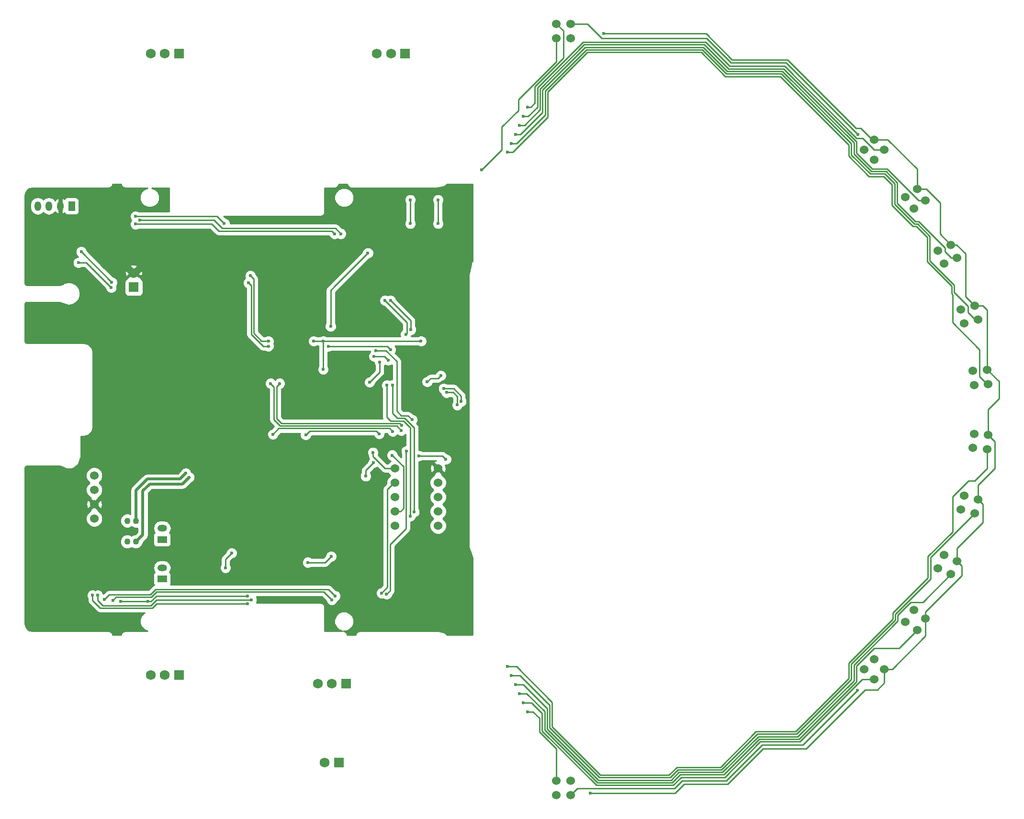
<source format=gbl>
G04 #@! TF.FileFunction,Copper,L2,Bot,Signal*
%FSLAX46Y46*%
G04 Gerber Fmt 4.6, Leading zero omitted, Abs format (unit mm)*
G04 Created by KiCad (PCBNEW 4.0.1-stable) date 2018/11/10 20:41:03*
%MOMM*%
G01*
G04 APERTURE LIST*
%ADD10C,0.100000*%
%ADD11R,1.750000X1.750000*%
%ADD12C,1.750000*%
%ADD13R,1.200000X1.700000*%
%ADD14O,1.200000X1.700000*%
%ADD15R,1.700000X1.200000*%
%ADD16O,1.700000X1.200000*%
%ADD17C,1.524000*%
%ADD18C,1.100000*%
%ADD19C,0.600000*%
%ADD20C,0.250000*%
%ADD21C,0.500000*%
%ADD22C,1.300000*%
%ADD23C,0.254000*%
G04 APERTURE END LIST*
D10*
D11*
X93000000Y-37000000D03*
D12*
X90500000Y-37000000D03*
X88000000Y-37000000D03*
D11*
X53000000Y-37000000D03*
D12*
X50500000Y-37000000D03*
X48000000Y-37000000D03*
D13*
X34000000Y-64000000D03*
D14*
X32000000Y-64000000D03*
X30000000Y-64000000D03*
X28000000Y-64000000D03*
D11*
X45000000Y-78365000D03*
D12*
X45000000Y-75865000D03*
D15*
X50000000Y-130000000D03*
D16*
X50000000Y-128000000D03*
D15*
X50000000Y-123000000D03*
D16*
X50000000Y-121000000D03*
D17*
X91190000Y-115500000D03*
X91190000Y-112960000D03*
X91190000Y-110420000D03*
X91190000Y-118040000D03*
X91190000Y-120580000D03*
X98810000Y-120580000D03*
X98810000Y-118040000D03*
X98810000Y-115500000D03*
X98810000Y-112960000D03*
X98810000Y-110420000D03*
X195907134Y-107040978D03*
X196128510Y-104510644D03*
X193376800Y-106819602D03*
X193598176Y-104289268D03*
X185013648Y-63029413D03*
X183556764Y-60948767D03*
X182933002Y-64486297D03*
X181476118Y-62405651D03*
X177757992Y-54038059D03*
X175961941Y-52242008D03*
X175961941Y-55834110D03*
X174165890Y-54038059D03*
X119730000Y-31730000D03*
X119730000Y-34270000D03*
X122270000Y-31730000D03*
X122270000Y-34270000D03*
X196128510Y-95489356D03*
X195907134Y-92959022D03*
X193598176Y-95710732D03*
X193376800Y-93180398D03*
X194340605Y-84074788D03*
X193683205Y-81621336D03*
X191887153Y-84732188D03*
X191229753Y-82278736D03*
X190597742Y-73144099D03*
X189524292Y-70842077D03*
X188295720Y-74217549D03*
X187222270Y-71915527D03*
X189524292Y-129157923D03*
X190597742Y-126855901D03*
X187222270Y-128084473D03*
X188295720Y-125782451D03*
X193683205Y-118378664D03*
X194340605Y-115925212D03*
X191229753Y-117721264D03*
X191887153Y-115267812D03*
X119730000Y-165730000D03*
X119730000Y-168270000D03*
X122270000Y-165730000D03*
X122270000Y-168270000D03*
X175961941Y-147757992D03*
X177757992Y-145961941D03*
X174165890Y-145961941D03*
X175961941Y-144165890D03*
X183556764Y-139051233D03*
X185013648Y-136970587D03*
X181476118Y-137594349D03*
X182933002Y-135513703D03*
X38000000Y-119310000D03*
X38000000Y-116770000D03*
X38000000Y-114230000D03*
X38000000Y-111690000D03*
D18*
X45350000Y-119700000D03*
X43850000Y-119700000D03*
X45350000Y-123400000D03*
X43850000Y-123400000D03*
D11*
X53000000Y-147000000D03*
D12*
X50500000Y-147000000D03*
X48000000Y-147000000D03*
D11*
X81270000Y-162500000D03*
D12*
X78770000Y-162500000D03*
D11*
X82540000Y-148500000D03*
D12*
X80040000Y-148500000D03*
X77540000Y-148500000D03*
D19*
X76000000Y-92500000D03*
X73000000Y-92500000D03*
X70000000Y-92500000D03*
X67000000Y-92500000D03*
X76000000Y-96000000D03*
X76000000Y-90500000D03*
X73000000Y-90500000D03*
X70000000Y-90500000D03*
X67000000Y-90500000D03*
X70500000Y-86500000D03*
X73500000Y-86500000D03*
X75000000Y-84000000D03*
X72000000Y-75000000D03*
X69000000Y-75000000D03*
X69000000Y-78000000D03*
X72000000Y-78000000D03*
X72000000Y-81000000D03*
X69000000Y-81000000D03*
X69000000Y-84000000D03*
X63000000Y-72000000D03*
X66000000Y-72000000D03*
X69000000Y-72000000D03*
X72000000Y-72000000D03*
X72000000Y-84000000D03*
X27000000Y-66500000D03*
X26500000Y-77000000D03*
X27000000Y-62000000D03*
X53500000Y-83000000D03*
X53500000Y-80000000D03*
X53500000Y-77000000D03*
X33000000Y-76000000D03*
X36000000Y-76000000D03*
X48000000Y-126500000D03*
X51000000Y-125500000D03*
X46000000Y-125000000D03*
X48000000Y-123500000D03*
X48000000Y-129100000D03*
X42500000Y-121500000D03*
X45000000Y-121500000D03*
X48100000Y-130700000D03*
X43300000Y-130700000D03*
X43300000Y-129100000D03*
X43000000Y-127500000D03*
X33000000Y-122000000D03*
X30000000Y-122000000D03*
X27000000Y-122000000D03*
X27000000Y-125000000D03*
X27000000Y-129000000D03*
X27000000Y-132000000D03*
X27000000Y-138000000D03*
X30000000Y-138500000D03*
X33000000Y-138500000D03*
X36000000Y-138500000D03*
X38000000Y-138500000D03*
X41000000Y-138500000D03*
X44000000Y-138500000D03*
X38000000Y-136500000D03*
X41000000Y-136500000D03*
X44000000Y-136500000D03*
X96000000Y-91800000D03*
X99900000Y-105000000D03*
X43000000Y-113000000D03*
X43000000Y-116000000D03*
X42000000Y-118000000D03*
X88000000Y-63000000D03*
X91500000Y-63000000D03*
X91500000Y-61500000D03*
X88000000Y-61500000D03*
X84500000Y-61500000D03*
X84000000Y-65000000D03*
X79500000Y-61500000D03*
X79000000Y-66500000D03*
X75000000Y-66500000D03*
X71000000Y-66500000D03*
X67000000Y-66500000D03*
X63000000Y-66500000D03*
X50000000Y-62000000D03*
X50000000Y-64000000D03*
X42000000Y-64000000D03*
X45000000Y-64000000D03*
X45000000Y-62000000D03*
X42000000Y-62000000D03*
X39000000Y-62000000D03*
X36000000Y-62000000D03*
X32000000Y-62000000D03*
X31000000Y-135000000D03*
X31000000Y-132000000D03*
X31000000Y-129000000D03*
X31000000Y-126000000D03*
X100000000Y-122500000D03*
X97000000Y-121500000D03*
X96500000Y-119500000D03*
X96500000Y-116000000D03*
X96500000Y-113000000D03*
X96500000Y-110000000D03*
X103800000Y-138400000D03*
X102100000Y-136700000D03*
X100300000Y-134900000D03*
X99600000Y-129800000D03*
X89000000Y-84000000D03*
X90000000Y-71000000D03*
X88000000Y-73000000D03*
X90000000Y-75000000D03*
X91500000Y-78500000D03*
X92500000Y-81000000D03*
X82500000Y-73500000D03*
X81000000Y-72000000D03*
X79000000Y-74000000D03*
X80500000Y-75500000D03*
X86500000Y-81500000D03*
X86500000Y-86500000D03*
X86500000Y-84000000D03*
X82000000Y-78750000D03*
X84000000Y-77500000D03*
X95400000Y-67000000D03*
X97400000Y-66900000D03*
X94500000Y-70500000D03*
X96000000Y-70500000D03*
X95200000Y-73800000D03*
X95500000Y-79500000D03*
X97500000Y-77000000D03*
X95500000Y-77000000D03*
X100000000Y-73800000D03*
X99900000Y-76600000D03*
X99900000Y-69800000D03*
X99900000Y-70700000D03*
X82500000Y-93000000D03*
X80000000Y-93000000D03*
X80000000Y-90500000D03*
X82500000Y-90500000D03*
X77900000Y-80300000D03*
X75700000Y-71000000D03*
X75700000Y-77000000D03*
X76400000Y-78800000D03*
X103000000Y-91000000D03*
X101000000Y-91000000D03*
X101000000Y-88000000D03*
X103000000Y-88000000D03*
X103000000Y-85000000D03*
X101000000Y-85000000D03*
X101000000Y-82000000D03*
X103000000Y-82000000D03*
X103750000Y-79750000D03*
X103800000Y-96500000D03*
X94500000Y-99500000D03*
X93000000Y-99500000D03*
X93000000Y-98000000D03*
X94500000Y-98000000D03*
X94300000Y-122900000D03*
X95500000Y-129600000D03*
X95500000Y-127800000D03*
X97400000Y-133400000D03*
X95400000Y-132900000D03*
X91500000Y-133500000D03*
X80000000Y-138500000D03*
X80000000Y-136000000D03*
X84000000Y-129500000D03*
X84000000Y-131500000D03*
X85000000Y-138000000D03*
X88000000Y-138000000D03*
X91000000Y-138000000D03*
X96000000Y-138000000D03*
X94000000Y-136000000D03*
X91000000Y-136000000D03*
X88000000Y-136000000D03*
X85000000Y-136000000D03*
X84000000Y-124500000D03*
X84400000Y-119400000D03*
X84500000Y-121500000D03*
X88000000Y-126700000D03*
X84000000Y-126500000D03*
X76000000Y-117000000D03*
X73000000Y-117000000D03*
X70000000Y-117000000D03*
X67000000Y-117000000D03*
X67000000Y-120000000D03*
X70000000Y-120000000D03*
X73000000Y-120000000D03*
X76000000Y-120000000D03*
X67000000Y-123000000D03*
X70000000Y-123000000D03*
X73000000Y-123000000D03*
X76000000Y-123000000D03*
X76000000Y-125500000D03*
X73000000Y-125500000D03*
X70000000Y-125500000D03*
X67000000Y-125500000D03*
X67000000Y-114000000D03*
X70000000Y-114000000D03*
X73000000Y-114000000D03*
X76000000Y-114000000D03*
X67000000Y-108000000D03*
X67000000Y-111000000D03*
X70000000Y-111000000D03*
X70000000Y-108000000D03*
X73000000Y-108000000D03*
X73000000Y-111000000D03*
X76000000Y-111000000D03*
X76000000Y-108000000D03*
X76000000Y-101000000D03*
X81000000Y-97000000D03*
X79500000Y-98000000D03*
X78000000Y-99500000D03*
X58500000Y-71000000D03*
X58500000Y-75250000D03*
X58750000Y-72750000D03*
X62000000Y-107000000D03*
X62000000Y-104000000D03*
X64000000Y-83000000D03*
X59000000Y-83000000D03*
X59000000Y-86000000D03*
X64000000Y-86000000D03*
X64000000Y-89000000D03*
X59000000Y-89000000D03*
X59000000Y-92000000D03*
X64000000Y-92000000D03*
X64000000Y-121000000D03*
X63500000Y-118500000D03*
X63500000Y-116000000D03*
X63000000Y-113000000D03*
X62000000Y-111000000D03*
X60000000Y-109000000D03*
X59000000Y-107000000D03*
X59000000Y-104000000D03*
X59000000Y-101000000D03*
X64000000Y-101000000D03*
X64000000Y-98000000D03*
X59000000Y-98000000D03*
X59000000Y-95000000D03*
X64000000Y-95000000D03*
X47000000Y-74000000D03*
X43500000Y-74500000D03*
X41000000Y-75000000D03*
X47000000Y-75500000D03*
X52000000Y-75500000D03*
X50000000Y-75500000D03*
X53000000Y-72000000D03*
X53000000Y-73000000D03*
X53000000Y-74000000D03*
X50000000Y-74000000D03*
X53000000Y-69000000D03*
X53000000Y-70000000D03*
X53000000Y-71000000D03*
X36000000Y-117000000D03*
X33000000Y-117000000D03*
X30000000Y-117000000D03*
X27000000Y-117000000D03*
X27000000Y-120000000D03*
X30000000Y-120000000D03*
X33000000Y-120000000D03*
X36000000Y-120000000D03*
X37000000Y-107000000D03*
X37000000Y-110000000D03*
X36000000Y-114000000D03*
X33000000Y-114000000D03*
X33000000Y-111000000D03*
X30000000Y-111000000D03*
X30000000Y-114000000D03*
X27000000Y-114000000D03*
X27000000Y-111000000D03*
X36000000Y-132000000D03*
X36000000Y-129000000D03*
X36000000Y-126000000D03*
X36000000Y-123000000D03*
X40000000Y-110000000D03*
X40000000Y-98000000D03*
X40000000Y-101000000D03*
X40000000Y-104000000D03*
X40000000Y-107000000D03*
X40000000Y-95000000D03*
X40000000Y-92000000D03*
X40000000Y-89000000D03*
X40000000Y-86000000D03*
X37000000Y-86000000D03*
X34000000Y-86000000D03*
X31000000Y-86000000D03*
X28000000Y-86000000D03*
X28000000Y-83000000D03*
X31000000Y-83000000D03*
X34000000Y-83000000D03*
X37000000Y-83000000D03*
X37000000Y-80000000D03*
X40000000Y-80000000D03*
X43000000Y-89000000D03*
X43000000Y-86000000D03*
X43000000Y-83000000D03*
X40000000Y-83000000D03*
X43000000Y-92000000D03*
X43000000Y-95000000D03*
X43000000Y-98000000D03*
X43000000Y-101000000D03*
X43000000Y-104000000D03*
X43000000Y-107000000D03*
X43000000Y-110000000D03*
X46000000Y-92000000D03*
X49000000Y-92000000D03*
X52000000Y-92000000D03*
X52000000Y-89000000D03*
X49000000Y-89000000D03*
X46000000Y-89000000D03*
X46000000Y-110000000D03*
X46000000Y-107000000D03*
X46000000Y-104000000D03*
X46000000Y-101000000D03*
X46000000Y-95000000D03*
X49000000Y-95000000D03*
X52000000Y-95000000D03*
X52000000Y-98000000D03*
X49000000Y-98000000D03*
X46000000Y-98000000D03*
X46000000Y-83000000D03*
X49000000Y-83000000D03*
X52000000Y-83000000D03*
X52000000Y-86000000D03*
X49000000Y-86000000D03*
X46000000Y-86000000D03*
X49000000Y-107000000D03*
X49000000Y-104000000D03*
X49000000Y-101000000D03*
X52000000Y-101000000D03*
X52000000Y-104000000D03*
X52000000Y-107000000D03*
X52000000Y-110000000D03*
X49000000Y-110000000D03*
X49000000Y-119000000D03*
X49000000Y-116000000D03*
X52000000Y-116000000D03*
X52000000Y-119000000D03*
X55000000Y-119000000D03*
X55000000Y-116000000D03*
X56000000Y-113000000D03*
X58000000Y-116000000D03*
X58000000Y-119000000D03*
X38000000Y-72000000D03*
X41000000Y-72000000D03*
X44000000Y-72000000D03*
X47000000Y-72000000D03*
X34000000Y-70000000D03*
X36000000Y-68000000D03*
X38000000Y-69000000D03*
X41000000Y-69000000D03*
X44000000Y-69000000D03*
X47000000Y-69000000D03*
X88000000Y-121700000D03*
X88000000Y-116700000D03*
X87700000Y-111200000D03*
X85000000Y-109700000D03*
X95250000Y-95700000D03*
X58100000Y-126200000D03*
X58100000Y-127200000D03*
X58100000Y-130200000D03*
X58100000Y-129200000D03*
X58100000Y-128200000D03*
X61300000Y-130300000D03*
X97500000Y-92700000D03*
X86400000Y-72300000D03*
X106500000Y-57600000D03*
X79800000Y-85300000D03*
X95800000Y-87900000D03*
X88800000Y-132500000D03*
X80600000Y-133000000D03*
X39800000Y-133600000D03*
X65600000Y-76300000D03*
X68800000Y-87900000D03*
X76800000Y-87900000D03*
X61200000Y-128000000D03*
X62300000Y-125400000D03*
X99300000Y-94000000D03*
X96900000Y-95100000D03*
X87300000Y-107600000D03*
X78500000Y-87900000D03*
X78500000Y-92900000D03*
X128100000Y-33500000D03*
X125700000Y-167900000D03*
X54800000Y-112000000D03*
X54200000Y-111300000D03*
X45300000Y-65800000D03*
X61000000Y-67100000D03*
X86000000Y-111800000D03*
X87400000Y-109400000D03*
X81600000Y-68900000D03*
X90400000Y-80700000D03*
X94000000Y-85900000D03*
X46100000Y-66500000D03*
X45300000Y-67200000D03*
X80500000Y-68900000D03*
X89400000Y-80700000D03*
X93100000Y-86700000D03*
X35700000Y-72100000D03*
X41100000Y-77500000D03*
X41300000Y-133800000D03*
X80000000Y-133700000D03*
X89700000Y-132700000D03*
X93200000Y-107400000D03*
X35200000Y-74000000D03*
X41000000Y-78400000D03*
X87500000Y-90600000D03*
X90000000Y-91300000D03*
X87800000Y-89600000D03*
X94200000Y-101800000D03*
X94600000Y-118100000D03*
X90750000Y-95700000D03*
X93900000Y-118900000D03*
X89750000Y-95700000D03*
X93900000Y-62900000D03*
X93900000Y-67100000D03*
X98800000Y-67100000D03*
X98800000Y-62900000D03*
X113200000Y-49700000D03*
X113900000Y-48100000D03*
X114600000Y-46500000D03*
X111100000Y-54500000D03*
X111800000Y-52900000D03*
X112500000Y-51300000D03*
X112500000Y-148700000D03*
X111800000Y-147100000D03*
X111100000Y-145500000D03*
X102900000Y-98600000D03*
X99800000Y-96300000D03*
X114600000Y-153500000D03*
X102200000Y-99200000D03*
X100300000Y-97000000D03*
X113900000Y-151900000D03*
X113200000Y-150300000D03*
X68800000Y-88800000D03*
X79400000Y-88800000D03*
X90400000Y-89400000D03*
X65300000Y-77600000D03*
X79900000Y-126000000D03*
X75760000Y-127070000D03*
X100200000Y-108800000D03*
X95400000Y-108200000D03*
X90700000Y-108100000D03*
X173100000Y-51300000D03*
X173000000Y-149700000D03*
X65800000Y-133700000D03*
X38600000Y-132900000D03*
X65100000Y-134400000D03*
X37700000Y-132900000D03*
X92300000Y-103700000D03*
X69200000Y-95400000D03*
X70800000Y-95400000D03*
X92400000Y-102800000D03*
X75400000Y-104500000D03*
X88400000Y-104300000D03*
X69600000Y-104400000D03*
X90800000Y-103900000D03*
X88500000Y-91600000D03*
X86700000Y-95200000D03*
X65100000Y-133000000D03*
X42700000Y-134000000D03*
X47500000Y-134000000D03*
D20*
X76000000Y-96000000D02*
X76000000Y-92500000D01*
X70000000Y-92500000D02*
X73000000Y-92500000D01*
X67000000Y-92500000D02*
X67000000Y-90500000D01*
X70000000Y-90500000D02*
X73000000Y-90500000D01*
X73500000Y-86500000D02*
X70500000Y-86500000D01*
X64000000Y-92000000D02*
X67000000Y-92500000D01*
X72000000Y-75000000D02*
X69000000Y-75000000D01*
X69000000Y-78000000D02*
X72000000Y-78000000D01*
X72000000Y-81000000D02*
X69000000Y-81000000D01*
X69000000Y-84000000D02*
X72000000Y-84000000D01*
X63000000Y-72000000D02*
X66000000Y-72000000D01*
X69000000Y-72000000D02*
X72000000Y-72000000D01*
X27000000Y-66500000D02*
X27000000Y-76500000D01*
X32000000Y-66500000D02*
X27000000Y-66500000D01*
X32000000Y-64000000D02*
X32000000Y-66500000D01*
X27000000Y-76500000D02*
X26500000Y-77000000D01*
X32000000Y-62000000D02*
X27000000Y-62000000D01*
X53500000Y-77000000D02*
X53500000Y-80000000D01*
X37000000Y-80000000D02*
X37000000Y-77000000D01*
X37000000Y-77000000D02*
X36000000Y-76000000D01*
X48000000Y-126500000D02*
X49000000Y-125500000D01*
X49000000Y-125500000D02*
X51000000Y-125500000D01*
X46000000Y-125000000D02*
X48000000Y-123000000D01*
X48000000Y-123000000D02*
X48000000Y-123500000D01*
X45000000Y-121500000D02*
X42500000Y-121500000D01*
X43300000Y-129100000D02*
X43300000Y-127800000D01*
X43300000Y-127800000D02*
X43000000Y-127500000D01*
X34000000Y-123000000D02*
X33000000Y-122000000D01*
X30000000Y-122000000D02*
X27000000Y-122000000D01*
X27000000Y-125000000D02*
X27000000Y-129000000D01*
X27000000Y-132000000D02*
X27000000Y-138000000D01*
X30000000Y-138500000D02*
X33000000Y-138500000D01*
X36000000Y-138500000D02*
X37500000Y-137000000D01*
X37500000Y-137000000D02*
X38000000Y-138500000D01*
X41000000Y-138500000D02*
X44000000Y-138500000D01*
X36000000Y-123000000D02*
X34000000Y-123000000D01*
X44000000Y-136500000D02*
X41000000Y-136500000D01*
X43000000Y-116000000D02*
X43000000Y-117000000D01*
X43000000Y-110000000D02*
X43000000Y-113000000D01*
X43000000Y-117000000D02*
X42000000Y-118000000D01*
X79000000Y-66500000D02*
X79000000Y-66000000D01*
X91500000Y-61500000D02*
X91500000Y-63000000D01*
X84500000Y-61500000D02*
X88000000Y-61500000D01*
X80000000Y-65000000D02*
X84000000Y-65000000D01*
X79000000Y-66000000D02*
X80000000Y-65000000D01*
X79500000Y-66000000D02*
X79500000Y-61500000D01*
X79000000Y-66500000D02*
X79500000Y-66000000D01*
X71000000Y-66500000D02*
X75000000Y-66500000D01*
X63000000Y-66500000D02*
X67000000Y-66500000D01*
X50000000Y-64000000D02*
X50000000Y-62000000D01*
X45000000Y-62000000D02*
X45000000Y-64000000D01*
X39000000Y-62000000D02*
X42000000Y-62000000D01*
X32000000Y-62000000D02*
X36000000Y-62000000D01*
X31000000Y-132000000D02*
X31000000Y-135000000D01*
X31000000Y-126000000D02*
X31000000Y-129000000D01*
X98000000Y-122500000D02*
X100000000Y-122500000D01*
X97000000Y-121500000D02*
X98000000Y-122500000D01*
X96500000Y-116000000D02*
X96500000Y-119500000D01*
X96500000Y-110000000D02*
X96500000Y-113000000D01*
X102100000Y-136700000D02*
X103800000Y-138400000D01*
X100300000Y-130500000D02*
X100300000Y-134900000D01*
X99600000Y-129800000D02*
X100300000Y-130500000D01*
X90000000Y-75000000D02*
X88000000Y-73000000D01*
X91500000Y-80000000D02*
X91500000Y-78500000D01*
X92500000Y-81000000D02*
X91500000Y-80000000D01*
X81000000Y-72000000D02*
X82500000Y-73500000D01*
X80500000Y-75500000D02*
X79000000Y-74000000D01*
X86500000Y-81500000D02*
X86500000Y-80000000D01*
X86500000Y-84000000D02*
X86500000Y-86500000D01*
X86500000Y-80000000D02*
X84000000Y-77500000D01*
X95400000Y-67000000D02*
X97300000Y-67000000D01*
X97300000Y-67000000D02*
X97400000Y-66900000D01*
X96000000Y-70500000D02*
X94500000Y-70500000D01*
X95200000Y-73800000D02*
X95200000Y-74800000D01*
X95500000Y-79000000D02*
X95500000Y-79500000D01*
X97500000Y-77000000D02*
X95500000Y-79000000D01*
X95500000Y-75100000D02*
X95500000Y-77000000D01*
X95200000Y-74800000D02*
X95500000Y-75100000D01*
X100000000Y-73800000D02*
X100000000Y-74300000D01*
X100200000Y-76300000D02*
X99900000Y-76600000D01*
X100200000Y-74500000D02*
X100200000Y-76300000D01*
X100000000Y-74300000D02*
X100200000Y-74500000D01*
X99900000Y-70700000D02*
X99900000Y-69800000D01*
X80000000Y-93000000D02*
X82500000Y-93000000D01*
X82500000Y-90500000D02*
X80000000Y-90500000D01*
X77900000Y-80300000D02*
X76400000Y-78800000D01*
X75700000Y-77000000D02*
X75700000Y-71000000D01*
X103000000Y-91000000D02*
X101000000Y-91000000D01*
X101000000Y-88000000D02*
X103000000Y-88000000D01*
X103000000Y-85000000D02*
X101000000Y-85000000D01*
X101000000Y-82000000D02*
X103000000Y-82000000D01*
X93000000Y-99500000D02*
X94500000Y-99500000D01*
X94500000Y-98000000D02*
X93000000Y-98000000D01*
X95500000Y-127800000D02*
X95500000Y-124100000D01*
X95500000Y-124100000D02*
X94300000Y-122900000D01*
X95500000Y-129600000D02*
X95500000Y-127800000D01*
X97100000Y-133100000D02*
X97400000Y-133400000D01*
X95600000Y-133100000D02*
X97100000Y-133100000D01*
X95400000Y-132900000D02*
X95600000Y-133100000D01*
X91000000Y-136000000D02*
X91000000Y-134000000D01*
X91000000Y-134000000D02*
X91500000Y-133500000D01*
X85000000Y-136000000D02*
X84000000Y-136000000D01*
X81000000Y-135000000D02*
X80000000Y-136000000D01*
X83000000Y-135000000D02*
X81000000Y-135000000D01*
X84000000Y-136000000D02*
X83000000Y-135000000D01*
X84000000Y-131500000D02*
X84000000Y-135000000D01*
X84000000Y-126500000D02*
X84000000Y-129500000D01*
X91000000Y-138000000D02*
X88000000Y-138000000D01*
X94000000Y-136000000D02*
X96000000Y-138000000D01*
X88000000Y-136000000D02*
X91000000Y-136000000D01*
X84000000Y-135000000D02*
X85000000Y-136000000D01*
X84000000Y-124500000D02*
X84000000Y-122000000D01*
X84000000Y-126500000D02*
X84000000Y-124500000D01*
X84000000Y-122000000D02*
X84500000Y-121500000D01*
X67000000Y-123000000D02*
X67000000Y-125500000D01*
X76000000Y-117000000D02*
X73000000Y-117000000D01*
X70000000Y-117000000D02*
X67000000Y-117000000D01*
X67000000Y-120000000D02*
X70000000Y-120000000D01*
X73000000Y-120000000D02*
X76000000Y-120000000D01*
X70000000Y-123000000D02*
X67000000Y-123000000D01*
X76000000Y-123000000D02*
X73000000Y-123000000D01*
X70000000Y-125500000D02*
X73000000Y-125500000D01*
X70000000Y-114000000D02*
X67000000Y-114000000D01*
X76000000Y-114000000D02*
X73000000Y-114000000D01*
X67000000Y-111000000D02*
X67000000Y-108000000D01*
X70000000Y-108000000D02*
X70000000Y-111000000D01*
X73000000Y-111000000D02*
X73000000Y-108000000D01*
X76000000Y-108000000D02*
X76000000Y-111000000D01*
X76000000Y-101000000D02*
X76500000Y-101000000D01*
X80500000Y-97000000D02*
X81000000Y-97000000D01*
X79500000Y-98000000D02*
X80500000Y-97000000D01*
X76500000Y-101000000D02*
X78000000Y-99500000D01*
X58750000Y-71250000D02*
X58750000Y-72750000D01*
X58500000Y-71000000D02*
X58750000Y-71250000D01*
X62000000Y-104000000D02*
X62000000Y-107000000D01*
X64000000Y-83000000D02*
X59000000Y-83000000D01*
X59000000Y-86000000D02*
X64000000Y-86000000D01*
X64000000Y-89000000D02*
X59000000Y-89000000D01*
X59000000Y-92000000D02*
X64000000Y-92000000D01*
X64000000Y-119000000D02*
X64000000Y-121000000D01*
X63500000Y-118500000D02*
X64000000Y-119000000D01*
X63500000Y-113500000D02*
X63500000Y-116000000D01*
X63000000Y-113000000D02*
X63500000Y-113500000D01*
X60000000Y-109000000D02*
X62000000Y-111000000D01*
X59000000Y-104000000D02*
X59000000Y-107000000D01*
X64000000Y-101000000D02*
X59000000Y-101000000D01*
X59000000Y-98000000D02*
X64000000Y-98000000D01*
X64000000Y-95000000D02*
X59000000Y-95000000D01*
D21*
X45000000Y-75865000D02*
X45365000Y-75865000D01*
X45365000Y-75865000D02*
X46000000Y-76500000D01*
X46000000Y-76500000D02*
X46750000Y-76500000D01*
X45000000Y-75865000D02*
X44635000Y-75865000D01*
X44635000Y-75865000D02*
X43250000Y-77250000D01*
D22*
X44865000Y-75865000D02*
X43000000Y-74000000D01*
X45135000Y-75865000D02*
X47000000Y-74000000D01*
D20*
X41000000Y-72000000D02*
X41000000Y-75000000D01*
X50000000Y-75500000D02*
X52000000Y-75500000D01*
X53000000Y-71000000D02*
X53000000Y-72000000D01*
X53000000Y-73000000D02*
X53000000Y-74000000D01*
X50000000Y-74000000D02*
X47000000Y-74000000D01*
X53000000Y-71000000D02*
X53000000Y-70000000D01*
X36000000Y-117000000D02*
X33000000Y-117000000D01*
X30000000Y-117000000D02*
X27000000Y-117000000D01*
X27000000Y-120000000D02*
X30000000Y-120000000D01*
X33000000Y-120000000D02*
X36000000Y-120000000D01*
X37000000Y-110000000D02*
X36000000Y-110000000D01*
X37000000Y-107000000D02*
X37000000Y-110000000D01*
X33000000Y-114000000D02*
X36000000Y-114000000D01*
X30000000Y-111000000D02*
X33000000Y-111000000D01*
X27000000Y-114000000D02*
X30000000Y-114000000D01*
X35000000Y-111000000D02*
X27000000Y-111000000D01*
X36000000Y-110000000D02*
X35000000Y-111000000D01*
X36000000Y-129000000D02*
X36000000Y-132000000D01*
X36000000Y-123000000D02*
X36000000Y-126000000D01*
X40000000Y-98000000D02*
X40000000Y-101000000D01*
X40000000Y-104000000D02*
X40000000Y-107000000D01*
X40000000Y-92000000D02*
X40000000Y-95000000D01*
X40000000Y-86000000D02*
X40000000Y-89000000D01*
X34000000Y-86000000D02*
X37000000Y-86000000D01*
X28000000Y-86000000D02*
X31000000Y-86000000D01*
X31000000Y-83000000D02*
X28000000Y-83000000D01*
X37000000Y-83000000D02*
X34000000Y-83000000D01*
X40000000Y-80000000D02*
X37000000Y-80000000D01*
X43000000Y-89000000D02*
X43000000Y-86000000D01*
X43000000Y-83000000D02*
X40000000Y-83000000D01*
X43000000Y-98000000D02*
X43000000Y-95000000D01*
X43000000Y-104000000D02*
X43000000Y-101000000D01*
X43000000Y-110000000D02*
X43000000Y-107000000D01*
X46000000Y-92000000D02*
X49000000Y-92000000D01*
X52000000Y-92000000D02*
X52000000Y-89000000D01*
X49000000Y-89000000D02*
X46000000Y-89000000D01*
X46000000Y-110000000D02*
X46000000Y-107000000D01*
X46000000Y-104000000D02*
X46000000Y-101000000D01*
X49000000Y-95000000D02*
X46000000Y-95000000D01*
X52000000Y-98000000D02*
X52000000Y-95000000D01*
X46000000Y-98000000D02*
X49000000Y-98000000D01*
X49000000Y-83000000D02*
X46000000Y-83000000D01*
X52000000Y-86000000D02*
X52000000Y-83000000D01*
X46000000Y-86000000D02*
X49000000Y-86000000D01*
X49000000Y-104000000D02*
X49000000Y-107000000D01*
X52000000Y-101000000D02*
X49000000Y-101000000D01*
X52000000Y-107000000D02*
X52000000Y-104000000D01*
X49000000Y-110000000D02*
X52000000Y-110000000D01*
X52000000Y-116000000D02*
X49000000Y-116000000D01*
X55000000Y-119000000D02*
X52000000Y-119000000D01*
X55000000Y-114000000D02*
X55000000Y-116000000D01*
X56000000Y-113000000D02*
X55000000Y-114000000D01*
X58000000Y-119000000D02*
X58000000Y-116000000D01*
D21*
X41000000Y-72000000D02*
X44000000Y-72000000D01*
X38000000Y-69000000D02*
X38000000Y-72000000D01*
X36000000Y-68000000D02*
X34000000Y-70000000D01*
X41000000Y-69000000D02*
X38000000Y-69000000D01*
X47000000Y-69000000D02*
X44000000Y-69000000D01*
D20*
X58100000Y-127200000D02*
X58100000Y-128200000D01*
X58100000Y-126200000D02*
X58100000Y-127200000D01*
X58100000Y-129200000D02*
X58100000Y-130200000D01*
X80500000Y-78200000D02*
X79800000Y-78900000D01*
X86400000Y-72300000D02*
X80500000Y-78200000D01*
X119730000Y-38451612D02*
X113000000Y-45181612D01*
X113000000Y-45181612D02*
X113000000Y-47100000D01*
X113000000Y-47100000D02*
X110100000Y-50000000D01*
X110100000Y-50000000D02*
X110100000Y-54000000D01*
X110100000Y-54000000D02*
X106500000Y-57600000D01*
X119730000Y-34270000D02*
X119730000Y-38451612D01*
X79800000Y-78900000D02*
X79800000Y-85300000D01*
X78500000Y-87900000D02*
X83900000Y-87900000D01*
X83900000Y-87900000D02*
X93500000Y-87900000D01*
X93500000Y-87900000D02*
X94300000Y-87900000D01*
X94300000Y-87900000D02*
X95800000Y-87900000D01*
X89849998Y-114150002D02*
X89849998Y-131450002D01*
X89849998Y-131450002D02*
X88800000Y-132500000D01*
X80600000Y-133000000D02*
X79449998Y-131849998D01*
X79449998Y-131849998D02*
X48877206Y-131849998D01*
X48877206Y-131849998D02*
X47945405Y-132781799D01*
X47945405Y-132781799D02*
X40618201Y-132781799D01*
X40618201Y-132781799D02*
X39800000Y-133600000D01*
X91040000Y-112960000D02*
X89849998Y-114150002D01*
X91190000Y-112960000D02*
X91040000Y-112960000D01*
X78500000Y-87900000D02*
X76800000Y-87900000D01*
X67600000Y-87900000D02*
X66200000Y-86500000D01*
X66200000Y-86500000D02*
X66200000Y-76900000D01*
X66200000Y-76900000D02*
X65600000Y-76300000D01*
X68800000Y-87900000D02*
X67600000Y-87900000D01*
X61200000Y-126500000D02*
X61200000Y-128000000D01*
X62300000Y-125400000D02*
X61200000Y-126500000D01*
X98800000Y-94500000D02*
X99300000Y-94000000D01*
X97500000Y-94500000D02*
X98800000Y-94500000D01*
X96900000Y-95100000D02*
X97500000Y-94500000D01*
X87300000Y-107600000D02*
X87300000Y-108300000D01*
X87300000Y-108300000D02*
X89420000Y-110420000D01*
X89420000Y-110420000D02*
X91190000Y-110420000D01*
X78500000Y-87900000D02*
X78500000Y-92900000D01*
X150900000Y-38100000D02*
X150800000Y-38100000D01*
X173600000Y-50200000D02*
X172700000Y-50200000D01*
X172700000Y-50200000D02*
X160600000Y-38100000D01*
X160600000Y-38100000D02*
X150900000Y-38100000D01*
X175642008Y-52242008D02*
X173600000Y-50200000D01*
X146200000Y-33500000D02*
X128100000Y-33500000D01*
X150800000Y-38100000D02*
X146200000Y-33500000D01*
X175961941Y-52242008D02*
X175642008Y-52242008D01*
X177757992Y-145961941D02*
X177757992Y-148342008D01*
X140700000Y-167900000D02*
X125700000Y-167900000D01*
X142300000Y-166300000D02*
X140700000Y-167900000D01*
X150000000Y-166300000D02*
X142300000Y-166300000D01*
X156300000Y-160000000D02*
X150000000Y-166300000D01*
X163900000Y-160000000D02*
X156300000Y-160000000D01*
X174300000Y-149600000D02*
X163900000Y-160000000D01*
X176500000Y-149600000D02*
X174300000Y-149600000D01*
X177757992Y-148342008D02*
X176500000Y-149600000D01*
X177757992Y-145961941D02*
X179138059Y-145961941D01*
X185013648Y-140086352D02*
X185013648Y-136970587D01*
X179138059Y-145961941D02*
X185013648Y-140086352D01*
X185013648Y-136970587D02*
X185013648Y-135786352D01*
X191400000Y-127658159D02*
X190597742Y-126855901D01*
X191400000Y-129400000D02*
X191400000Y-127658159D01*
X185013648Y-135786352D02*
X191400000Y-129400000D01*
X190597742Y-126855901D02*
X190597742Y-124602258D01*
X195200000Y-116784607D02*
X194340605Y-115925212D01*
X195200000Y-120000000D02*
X195200000Y-116784607D01*
X190597742Y-124602258D02*
X195200000Y-120000000D01*
X194340605Y-115925212D02*
X194340605Y-113359395D01*
X197300000Y-105682134D02*
X196128510Y-104510644D01*
X197300000Y-110400000D02*
X197300000Y-105682134D01*
X194340605Y-113359395D02*
X197300000Y-110400000D01*
X196128510Y-104510644D02*
X196128510Y-99971490D01*
X198000000Y-95051888D02*
X195907134Y-92959022D01*
X198000000Y-98100000D02*
X198000000Y-95051888D01*
X196128510Y-99971490D02*
X198000000Y-98100000D01*
X195907134Y-92959022D02*
X195907134Y-82407134D01*
X195121336Y-81621336D02*
X193683205Y-81621336D01*
X195907134Y-82407134D02*
X195121336Y-81621336D01*
X189524292Y-70842077D02*
X190542077Y-70842077D01*
X192100000Y-80038131D02*
X193683205Y-81621336D01*
X192100000Y-72400000D02*
X192100000Y-80038131D01*
X190542077Y-70842077D02*
X192100000Y-72400000D01*
X183556764Y-60948767D02*
X185148767Y-60948767D01*
X187600000Y-68917785D02*
X189524292Y-70842077D01*
X187600000Y-63400000D02*
X187600000Y-68917785D01*
X185148767Y-60948767D02*
X187600000Y-63400000D01*
X175961941Y-52242008D02*
X178342008Y-52242008D01*
X183556764Y-57456764D02*
X183556764Y-60948767D01*
X178342008Y-52242008D02*
X183556764Y-57456764D01*
D21*
X46600000Y-122150000D02*
X45350000Y-123400000D01*
X46600000Y-114400000D02*
X46600000Y-122150000D01*
X47800000Y-113200000D02*
X46600000Y-114400000D01*
X53600000Y-113200000D02*
X47800000Y-113200000D01*
X54800000Y-112000000D02*
X53600000Y-113200000D01*
X45350000Y-114350000D02*
X45350000Y-119700000D01*
X47400000Y-112300000D02*
X45350000Y-114350000D01*
X53200000Y-112300000D02*
X47400000Y-112300000D01*
X54200000Y-111300000D02*
X53200000Y-112300000D01*
D20*
X59700000Y-65800000D02*
X45300000Y-65800000D01*
X61000000Y-67100000D02*
X59700000Y-65800000D01*
X86000000Y-110800000D02*
X86000000Y-111800000D01*
X87400000Y-109400000D02*
X86000000Y-110800000D01*
X60749998Y-67949998D02*
X60649998Y-67949998D01*
X81600000Y-68900000D02*
X80649998Y-67949998D01*
X80649998Y-67949998D02*
X60749998Y-67949998D01*
X94000000Y-84300000D02*
X90400000Y-80700000D01*
X94000000Y-84600000D02*
X94000000Y-84300000D01*
X94000000Y-84700000D02*
X94000000Y-84600000D01*
X94000000Y-84900000D02*
X94000000Y-84700000D01*
X94000000Y-85900000D02*
X94000000Y-84900000D01*
X59200000Y-66500000D02*
X46100000Y-66500000D01*
X60649998Y-67949998D02*
X59200000Y-66500000D01*
X58800000Y-67200000D02*
X45300000Y-67200000D01*
X60000000Y-68400000D02*
X58800000Y-67200000D01*
X80000000Y-68400000D02*
X60000000Y-68400000D01*
X80500000Y-68900000D02*
X80000000Y-68400000D01*
X93300000Y-84600000D02*
X89400000Y-80700000D01*
X93300000Y-86500000D02*
X93300000Y-84600000D01*
X93100000Y-86700000D02*
X93300000Y-86500000D01*
X41100000Y-77500000D02*
X35700000Y-72100000D01*
X48131801Y-133231801D02*
X41868199Y-133231801D01*
X41868199Y-133231801D02*
X41300000Y-133800000D01*
X49063602Y-132300000D02*
X48463602Y-132900000D01*
X78600000Y-132300000D02*
X49063602Y-132300000D01*
X80000000Y-133700000D02*
X78600000Y-132300000D01*
X90300000Y-132100000D02*
X89700000Y-132700000D01*
X90300000Y-123900000D02*
X90300000Y-132100000D01*
X93150002Y-121049998D02*
X90300000Y-123900000D01*
X93150002Y-107449998D02*
X93150002Y-121049998D01*
X93200000Y-107400000D02*
X93150002Y-107449998D01*
X48463602Y-132900000D02*
X48131801Y-133231801D01*
X35200000Y-74000000D02*
X36500000Y-74000000D01*
X36500000Y-74000000D02*
X36600000Y-74000000D01*
X36600000Y-74000000D02*
X41000000Y-78400000D01*
X89300000Y-90600000D02*
X87500000Y-90600000D01*
X90000000Y-91300000D02*
X89300000Y-90600000D01*
X89600000Y-89600000D02*
X87800000Y-89600000D01*
X91500000Y-91500000D02*
X89600000Y-89600000D01*
X91500000Y-100300000D02*
X91500000Y-91500000D01*
X92299988Y-101099988D02*
X91500000Y-100300000D01*
X93499988Y-101099988D02*
X92299988Y-101099988D01*
X94200000Y-101800000D02*
X93499988Y-101099988D01*
X94600000Y-103263602D02*
X94600000Y-118100000D01*
X92886388Y-101549990D02*
X94600000Y-103263602D01*
X91599990Y-101549990D02*
X92886388Y-101549990D01*
X90750000Y-100700000D02*
X91599990Y-101549990D01*
X90750000Y-95700000D02*
X90750000Y-100700000D01*
X93900000Y-103200000D02*
X93900000Y-118900000D01*
X92699992Y-101999992D02*
X93900000Y-103200000D01*
X90399992Y-101999992D02*
X92699992Y-101999992D01*
X89750000Y-101350000D02*
X90399992Y-101999992D01*
X89750000Y-101150000D02*
X89750000Y-101350000D01*
X89750000Y-95700000D02*
X89750000Y-101150000D01*
X93900000Y-67100000D02*
X93900000Y-62900000D01*
X98800000Y-67100000D02*
X98800000Y-62900000D01*
X172800000Y-54600000D02*
X172800000Y-52590806D01*
X124640804Y-35450002D02*
X116849994Y-43240812D01*
X116849994Y-43240812D02*
X116849994Y-46950006D01*
X116849994Y-46950006D02*
X114100000Y-49700000D01*
X114100000Y-49700000D02*
X113200000Y-49700000D01*
X183829413Y-63029413D02*
X185013648Y-63029413D01*
X175600000Y-57400000D02*
X172800000Y-54600000D01*
X178200000Y-57400000D02*
X175600000Y-57400000D01*
X183829413Y-63029413D02*
X178200000Y-57400000D01*
X143513604Y-35450002D02*
X124640804Y-35450002D01*
X145922798Y-35450002D02*
X143513604Y-35450002D01*
X150172792Y-39699996D02*
X145922798Y-35450002D01*
X159909190Y-39699996D02*
X150172792Y-39699996D01*
X172800000Y-52590806D02*
X159909190Y-39699996D01*
X175938059Y-54038059D02*
X174800000Y-52900000D01*
X116399992Y-46463610D02*
X114763602Y-48100000D01*
X114763602Y-48100000D02*
X113900000Y-48100000D01*
X143700000Y-35000000D02*
X124454408Y-35000000D01*
X175938059Y-54038059D02*
X177757992Y-54038059D01*
X124454408Y-35000000D02*
X116399992Y-43054416D01*
X116399992Y-43054416D02*
X116399992Y-46463610D01*
X146109194Y-35000000D02*
X143700000Y-35000000D01*
X150359188Y-39249994D02*
X146109194Y-35000000D01*
X160095586Y-39249994D02*
X150359188Y-39249994D01*
X172845592Y-52000000D02*
X160095586Y-39249994D01*
X173900000Y-52000000D02*
X172845592Y-52000000D01*
X174800000Y-52900000D02*
X173900000Y-52000000D01*
X119730000Y-31730000D02*
X120900000Y-32900000D01*
X115200000Y-46500000D02*
X114600000Y-46500000D01*
X115949990Y-45750010D02*
X115200000Y-46500000D01*
X115949990Y-42868020D02*
X115949990Y-45750010D01*
X121000000Y-37818010D02*
X115949990Y-42868020D01*
X121000000Y-33000000D02*
X121000000Y-37818010D01*
X120900000Y-32900000D02*
X121000000Y-33000000D01*
X171449994Y-55159188D02*
X171449994Y-53149994D01*
X125199992Y-36800008D02*
X118200000Y-43800000D01*
X118200000Y-43800000D02*
X118200000Y-48300000D01*
X118200000Y-48300000D02*
X112000000Y-54500000D01*
X112000000Y-54500000D02*
X111100000Y-54500000D01*
X194600000Y-94200000D02*
X195889356Y-95489356D01*
X194600000Y-94200000D02*
X194600000Y-89400000D01*
X194600000Y-89400000D02*
X189800000Y-84600000D01*
X189800000Y-84600000D02*
X189800000Y-79700000D01*
X189800000Y-79700000D02*
X189649998Y-79549998D01*
X189649998Y-79549998D02*
X189649998Y-78186396D01*
X189649998Y-78186396D02*
X185349998Y-73886396D01*
X185349998Y-73886396D02*
X185349998Y-69522794D01*
X185349998Y-69522794D02*
X183427208Y-67600004D01*
X183427208Y-67600004D02*
X182827208Y-67600004D01*
X182827208Y-67600004D02*
X179099996Y-63872792D01*
X179099996Y-63872792D02*
X179099996Y-60209190D01*
X179099996Y-60209190D02*
X177640812Y-58750006D01*
X177640812Y-58750006D02*
X175040812Y-58750006D01*
X175040812Y-58750006D02*
X171449994Y-55159188D01*
X142954416Y-36800008D02*
X125199992Y-36800008D01*
X145363610Y-36800008D02*
X142954416Y-36800008D01*
X149613604Y-41050002D02*
X145363610Y-36800008D01*
X159350002Y-41050002D02*
X149613604Y-41050002D01*
X171449994Y-53149994D02*
X159350002Y-41050002D01*
X196128510Y-95489356D02*
X195889356Y-95489356D01*
X171899996Y-54972792D02*
X171899996Y-52963598D01*
X117749998Y-47850002D02*
X112700000Y-52900000D01*
X112700000Y-52900000D02*
X111800000Y-52900000D01*
X143140812Y-36350006D02*
X125013596Y-36350006D01*
X125013596Y-36350006D02*
X117749998Y-43613604D01*
X175227208Y-58300004D02*
X171899996Y-54972792D01*
X177827208Y-58300004D02*
X175227208Y-58300004D01*
X179549998Y-60022794D02*
X177827208Y-58300004D01*
X179549998Y-63686396D02*
X179549998Y-60022794D01*
X183013604Y-67150002D02*
X179549998Y-63686396D01*
X183613604Y-67150002D02*
X183013604Y-67150002D01*
X185800000Y-69336398D02*
X183613604Y-67150002D01*
X185800000Y-73700000D02*
X185800000Y-69336398D01*
X190100000Y-78000000D02*
X185800000Y-73700000D01*
X190100000Y-79300000D02*
X190100000Y-78000000D01*
X192500000Y-81700000D02*
X190100000Y-79300000D01*
X192500000Y-82800000D02*
X192500000Y-81700000D01*
X192500000Y-82800000D02*
X193774788Y-84074788D01*
X117749998Y-43613604D02*
X117749998Y-47850002D01*
X145550006Y-36350006D02*
X143140812Y-36350006D01*
X149800000Y-40600000D02*
X145550006Y-36350006D01*
X159536398Y-40600000D02*
X149800000Y-40600000D01*
X171899996Y-52963598D02*
X159536398Y-40600000D01*
X194340605Y-84074788D02*
X193774788Y-84074788D01*
X172349998Y-54786396D02*
X172349998Y-52777202D01*
X117299996Y-47400004D02*
X113400000Y-51300000D01*
X113400000Y-51300000D02*
X112500000Y-51300000D01*
X143327208Y-35900004D02*
X124827200Y-35900004D01*
X189544099Y-73144099D02*
X190597742Y-73144099D01*
X175413604Y-57850002D02*
X172349998Y-54786396D01*
X178013604Y-57850002D02*
X175413604Y-57850002D01*
X180000000Y-59836398D02*
X178013604Y-57850002D01*
X180000000Y-63500000D02*
X180000000Y-59836398D01*
X183200000Y-66700000D02*
X180000000Y-63500000D01*
X183800000Y-66700000D02*
X183200000Y-66700000D01*
X188500000Y-71400000D02*
X183800000Y-66700000D01*
X188500000Y-72100000D02*
X188500000Y-71400000D01*
X189544099Y-73144099D02*
X188500000Y-72100000D01*
X124827200Y-35900004D02*
X117299996Y-43427208D01*
X117299996Y-43427208D02*
X117299996Y-47400004D01*
X145736402Y-35900004D02*
X143327208Y-35900004D01*
X149986396Y-40149998D02*
X145736402Y-35900004D01*
X159722794Y-40149998D02*
X149986396Y-40149998D01*
X172349998Y-52777202D02*
X159722794Y-40149998D01*
X189524292Y-129157923D02*
X189524292Y-129175708D01*
X189524292Y-129175708D02*
X184600000Y-134100000D01*
X184600000Y-134100000D02*
X182400000Y-134100000D01*
X182400000Y-134100000D02*
X180100000Y-136400000D01*
X180100000Y-136400000D02*
X180100000Y-137463602D01*
X180100000Y-137463602D02*
X172349998Y-145213604D01*
X172349998Y-145213604D02*
X172349998Y-147977206D01*
X172349998Y-147977206D02*
X162427208Y-157899996D01*
X162427208Y-157899996D02*
X155427208Y-157899996D01*
X155427208Y-157899996D02*
X149127208Y-164199996D01*
X149127208Y-164199996D02*
X141427208Y-164199996D01*
X141427208Y-164199996D02*
X140027208Y-165599996D01*
X140027208Y-165599996D02*
X127172792Y-165599996D01*
X127172792Y-165599996D02*
X118100004Y-156527208D01*
X118100004Y-156527208D02*
X118100004Y-152900004D01*
X118100004Y-152900004D02*
X113900000Y-148700000D01*
X113900000Y-148700000D02*
X112500000Y-148700000D01*
X193683205Y-118378664D02*
X193683205Y-118416795D01*
X193683205Y-118416795D02*
X185900000Y-126200000D01*
X185900000Y-126200000D02*
X185900000Y-129963602D01*
X185900000Y-129963602D02*
X179649998Y-136213604D01*
X179649998Y-136213604D02*
X179649998Y-137277206D01*
X179649998Y-137277206D02*
X171899996Y-145027208D01*
X171899996Y-145027208D02*
X171899996Y-147790810D01*
X171899996Y-147790810D02*
X162240812Y-157449994D01*
X162240812Y-157449994D02*
X155240812Y-157449994D01*
X155240812Y-157449994D02*
X148940812Y-163749994D01*
X148940812Y-163749994D02*
X141240812Y-163749994D01*
X141240812Y-163749994D02*
X139840812Y-165149994D01*
X139840812Y-165149994D02*
X127359188Y-165149994D01*
X127359188Y-165149994D02*
X118550006Y-156340812D01*
X118550006Y-156340812D02*
X118550006Y-152350006D01*
X118550006Y-152350006D02*
X113300000Y-147100000D01*
X113300000Y-147100000D02*
X111800000Y-147100000D01*
X195907134Y-107040978D02*
X195907134Y-110392866D01*
X171449994Y-147604414D02*
X162054416Y-156999992D01*
X162054416Y-156999992D02*
X155054416Y-156999992D01*
X155054416Y-156999992D02*
X148754416Y-163299992D01*
X148754416Y-163299992D02*
X141054416Y-163299992D01*
X141054416Y-163299992D02*
X139654416Y-164699992D01*
X139654416Y-164699992D02*
X127545584Y-164699992D01*
X127545584Y-164699992D02*
X119000008Y-156154416D01*
X119000008Y-156154416D02*
X119000008Y-151800008D01*
X119000008Y-151800008D02*
X112700000Y-145500000D01*
X112700000Y-145500000D02*
X111100000Y-145500000D01*
X179199996Y-137090810D02*
X171449994Y-144840812D01*
X179199996Y-136027208D02*
X179199996Y-137090810D01*
X185449998Y-129777206D02*
X179199996Y-136027208D01*
X185449998Y-126013604D02*
X185449998Y-129777206D01*
X189800000Y-121663602D02*
X185449998Y-126013604D01*
X189800000Y-115400000D02*
X189800000Y-121663602D01*
X192600000Y-112600000D02*
X189800000Y-115400000D01*
X193700000Y-112600000D02*
X192600000Y-112600000D01*
X195907134Y-110392866D02*
X193700000Y-112600000D01*
X171449994Y-144840812D02*
X171449994Y-147604414D01*
X102900000Y-97600000D02*
X102900000Y-98600000D01*
X101600000Y-96300000D02*
X102900000Y-97600000D01*
X101300000Y-96300000D02*
X101600000Y-96300000D01*
X99800000Y-96300000D02*
X101300000Y-96300000D01*
X119730000Y-165730000D02*
X119730000Y-160066398D01*
X115600000Y-153500000D02*
X114600000Y-153500000D01*
X116749998Y-154649998D02*
X115600000Y-153500000D01*
X116749998Y-157086396D02*
X116749998Y-154649998D01*
X119730000Y-160066398D02*
X116749998Y-157086396D01*
X102200000Y-97700000D02*
X102200000Y-99200000D01*
X101500000Y-97000000D02*
X102200000Y-97700000D01*
X100300000Y-97000000D02*
X101500000Y-97000000D01*
X175961941Y-147757992D02*
X173842008Y-147757992D01*
X115300000Y-151900000D02*
X113900000Y-151900000D01*
X117200000Y-153800000D02*
X115300000Y-151900000D01*
X117200000Y-156900000D02*
X117200000Y-153800000D01*
X126800000Y-166500000D02*
X117200000Y-156900000D01*
X140400000Y-166500000D02*
X126800000Y-166500000D01*
X141800000Y-165100000D02*
X140400000Y-166500000D01*
X149500000Y-165100000D02*
X141800000Y-165100000D01*
X155800000Y-158800000D02*
X149500000Y-165100000D01*
X162800000Y-158800000D02*
X155800000Y-158800000D01*
X173842008Y-147757992D02*
X162800000Y-158800000D01*
X183556764Y-139051233D02*
X183548767Y-139051233D01*
X183548767Y-139051233D02*
X180300000Y-142300000D01*
X180300000Y-142300000D02*
X175900000Y-142300000D01*
X175900000Y-142300000D02*
X172800000Y-145400000D01*
X172800000Y-145400000D02*
X172800000Y-148163602D01*
X172800000Y-148163602D02*
X162613604Y-158349998D01*
X162613604Y-158349998D02*
X155613604Y-158349998D01*
X155613604Y-158349998D02*
X149313604Y-164649998D01*
X149313604Y-164649998D02*
X141613604Y-164649998D01*
X141613604Y-164649998D02*
X140213604Y-166049998D01*
X140213604Y-166049998D02*
X126986396Y-166049998D01*
X126986396Y-166049998D02*
X117650002Y-156713604D01*
X117650002Y-156713604D02*
X117650002Y-153450002D01*
X117650002Y-153450002D02*
X114500000Y-150300000D01*
X114500000Y-150300000D02*
X113200000Y-150300000D01*
X79400000Y-88800000D02*
X89800000Y-88800000D01*
X68800000Y-88800000D02*
X67863602Y-88800000D01*
X65749998Y-86686396D02*
X67863602Y-88800000D01*
X65300000Y-77600000D02*
X65749998Y-78049998D01*
X65749998Y-78049998D02*
X65749998Y-86686396D01*
X89800000Y-88800000D02*
X90400000Y-89400000D01*
X79900000Y-126000000D02*
X78830000Y-127070000D01*
X78830000Y-127070000D02*
X75760000Y-127070000D01*
X100200000Y-108800000D02*
X99600000Y-108200000D01*
X99600000Y-108200000D02*
X95400000Y-108200000D01*
X92160000Y-118040000D02*
X91190000Y-118040000D01*
X92700000Y-117500000D02*
X92160000Y-118040000D01*
X92700000Y-110100000D02*
X92700000Y-117500000D01*
X90700000Y-108100000D02*
X92700000Y-110100000D01*
X125230000Y-31730000D02*
X122270000Y-31730000D01*
X127800000Y-34300000D02*
X125230000Y-31730000D01*
X146300000Y-34300000D02*
X127800000Y-34300000D01*
X150600000Y-38600000D02*
X146300000Y-34300000D01*
X160400000Y-38600000D02*
X150600000Y-38600000D01*
X173100000Y-51300000D02*
X160400000Y-38600000D01*
X123440000Y-167100000D02*
X122270000Y-168270000D01*
X140600000Y-167100000D02*
X123440000Y-167100000D01*
X142000000Y-165700000D02*
X140600000Y-167100000D01*
X149800000Y-165700000D02*
X142000000Y-165700000D01*
X156100000Y-159400000D02*
X149800000Y-165700000D01*
X163300000Y-159400000D02*
X156100000Y-159400000D01*
X173000000Y-149700000D02*
X163300000Y-159400000D01*
X38600000Y-133800000D02*
X38600000Y-132900000D01*
X65800000Y-133700000D02*
X49000000Y-133700000D01*
X49000000Y-133700000D02*
X48000000Y-134700000D01*
X48000000Y-134700000D02*
X39500000Y-134700000D01*
X39500000Y-134700000D02*
X38600000Y-133800000D01*
X39313604Y-135150002D02*
X39050002Y-135150002D01*
X65100000Y-134400000D02*
X49000000Y-134400000D01*
X49000000Y-134400000D02*
X48249998Y-135150002D01*
X48249998Y-135150002D02*
X39313604Y-135150002D01*
X37700000Y-133800000D02*
X37700000Y-132900000D01*
X39050002Y-135150002D02*
X37700000Y-133800000D01*
X91499996Y-102899996D02*
X70899996Y-102899996D01*
X92300000Y-103700000D02*
X91499996Y-102899996D01*
X69800000Y-96000000D02*
X69200000Y-95400000D01*
X69800000Y-101800000D02*
X69800000Y-96000000D01*
X70899996Y-102899996D02*
X69800000Y-101800000D01*
X70250002Y-95949998D02*
X70800000Y-95400000D01*
X70250002Y-101613604D02*
X70250002Y-95949998D01*
X71086392Y-102449994D02*
X70250002Y-101613604D01*
X92049994Y-102449994D02*
X71086392Y-102449994D01*
X92400000Y-102800000D02*
X92049994Y-102449994D01*
X76100000Y-103800000D02*
X75400000Y-104500000D01*
X87900000Y-103800000D02*
X76100000Y-103800000D01*
X88400000Y-104300000D02*
X87900000Y-103800000D01*
X70650002Y-103349998D02*
X69600000Y-104400000D01*
X90249998Y-103349998D02*
X70650002Y-103349998D01*
X90800000Y-103900000D02*
X90249998Y-103349998D01*
X88500000Y-93400000D02*
X88500000Y-91600000D01*
X86700000Y-95200000D02*
X88500000Y-93400000D01*
X48000000Y-134000000D02*
X47500000Y-134000000D01*
X49000000Y-133000000D02*
X48000000Y-134000000D01*
X65100000Y-133000000D02*
X49000000Y-133000000D01*
X42700000Y-134000000D02*
X47500000Y-134000000D01*
D23*
G36*
X42782146Y-60297345D02*
X42950578Y-60549422D01*
X43202655Y-60717854D01*
X43500000Y-60777000D01*
X47447582Y-60777000D01*
X46823011Y-61035067D01*
X46336774Y-61520456D01*
X46073300Y-62154971D01*
X46072701Y-62842014D01*
X46335067Y-63476989D01*
X46820456Y-63963226D01*
X47454971Y-64226700D01*
X48142014Y-64227299D01*
X48776989Y-63964933D01*
X49263226Y-63479544D01*
X49526700Y-62845029D01*
X49527299Y-62157986D01*
X49264933Y-61523011D01*
X48779544Y-61036774D01*
X48153940Y-60777000D01*
X51223000Y-60777000D01*
X51223000Y-64948000D01*
X45900616Y-64948000D01*
X45882508Y-64929860D01*
X45505179Y-64773179D01*
X45096613Y-64772822D01*
X44719011Y-64928844D01*
X44429860Y-65217492D01*
X44273179Y-65594821D01*
X44272822Y-66003387D01*
X44428844Y-66380989D01*
X44547602Y-66499954D01*
X44429860Y-66617492D01*
X44273179Y-66994821D01*
X44272822Y-67403387D01*
X44428844Y-67780989D01*
X44717492Y-68070140D01*
X45094821Y-68226821D01*
X45503387Y-68227178D01*
X45880989Y-68071156D01*
X45900178Y-68052000D01*
X58447090Y-68052000D01*
X59397545Y-69002455D01*
X59673954Y-69187145D01*
X60000000Y-69252000D01*
X79534228Y-69252000D01*
X79628844Y-69480989D01*
X79917492Y-69770140D01*
X80294821Y-69926821D01*
X80703387Y-69927178D01*
X81050389Y-69783800D01*
X81394821Y-69926821D01*
X81803387Y-69927178D01*
X82180989Y-69771156D01*
X82470140Y-69482508D01*
X82626821Y-69105179D01*
X82627178Y-68696613D01*
X82471156Y-68319011D01*
X82182508Y-68029860D01*
X81805179Y-67873179D01*
X81778065Y-67873155D01*
X81252453Y-67347543D01*
X80976044Y-67162853D01*
X80649998Y-67097998D01*
X62027002Y-67097998D01*
X62027178Y-66896613D01*
X61871156Y-66519011D01*
X61582508Y-66229860D01*
X61205179Y-66073179D01*
X61178065Y-66073155D01*
X60881910Y-65777000D01*
X78000000Y-65777000D01*
X78297345Y-65717854D01*
X78549422Y-65549422D01*
X78717854Y-65297345D01*
X78777000Y-65000000D01*
X78777000Y-62842014D01*
X80472701Y-62842014D01*
X80735067Y-63476989D01*
X81220456Y-63963226D01*
X81854971Y-64226700D01*
X82542014Y-64227299D01*
X83176989Y-63964933D01*
X83663226Y-63479544D01*
X83819420Y-63103387D01*
X92872822Y-63103387D01*
X93028844Y-63480989D01*
X93048000Y-63500178D01*
X93048000Y-66499384D01*
X93029860Y-66517492D01*
X92873179Y-66894821D01*
X92872822Y-67303387D01*
X93028844Y-67680989D01*
X93317492Y-67970140D01*
X93694821Y-68126821D01*
X94103387Y-68127178D01*
X94480989Y-67971156D01*
X94770140Y-67682508D01*
X94926821Y-67305179D01*
X94927178Y-66896613D01*
X94771156Y-66519011D01*
X94752000Y-66499822D01*
X94752000Y-63500616D01*
X94770140Y-63482508D01*
X94926821Y-63105179D01*
X94926822Y-63103387D01*
X97772822Y-63103387D01*
X97928844Y-63480989D01*
X97948000Y-63500178D01*
X97948000Y-66499384D01*
X97929860Y-66517492D01*
X97773179Y-66894821D01*
X97772822Y-67303387D01*
X97928844Y-67680989D01*
X98217492Y-67970140D01*
X98594821Y-68126821D01*
X99003387Y-68127178D01*
X99380989Y-67971156D01*
X99670140Y-67682508D01*
X99826821Y-67305179D01*
X99827178Y-66896613D01*
X99671156Y-66519011D01*
X99652000Y-66499822D01*
X99652000Y-63500616D01*
X99670140Y-63482508D01*
X99826821Y-63105179D01*
X99827178Y-62696613D01*
X99671156Y-62319011D01*
X99382508Y-62029860D01*
X99005179Y-61873179D01*
X98596613Y-61872822D01*
X98219011Y-62028844D01*
X97929860Y-62317492D01*
X97773179Y-62694821D01*
X97772822Y-63103387D01*
X94926822Y-63103387D01*
X94927178Y-62696613D01*
X94771156Y-62319011D01*
X94482508Y-62029860D01*
X94105179Y-61873179D01*
X93696613Y-61872822D01*
X93319011Y-62028844D01*
X93029860Y-62317492D01*
X92873179Y-62694821D01*
X92872822Y-63103387D01*
X83819420Y-63103387D01*
X83926700Y-62845029D01*
X83927299Y-62157986D01*
X83664933Y-61523011D01*
X83179544Y-61036774D01*
X82545029Y-60773300D01*
X81857986Y-60772701D01*
X81223011Y-61035067D01*
X80736774Y-61520456D01*
X80473300Y-62154971D01*
X80472701Y-62842014D01*
X78777000Y-62842014D01*
X78777000Y-60777000D01*
X80500000Y-60777000D01*
X80797345Y-60717854D01*
X81049422Y-60549422D01*
X81217854Y-60297345D01*
X81251738Y-60127000D01*
X82748262Y-60127000D01*
X82782146Y-60297345D01*
X82950578Y-60549422D01*
X83202655Y-60717854D01*
X83500000Y-60777000D01*
X98686962Y-60777000D01*
X98758959Y-60762679D01*
X98832367Y-60763274D01*
X99567685Y-60623194D01*
X99705254Y-60567513D01*
X99843430Y-60512885D01*
X100441717Y-60127000D01*
X104873000Y-60127000D01*
X104873000Y-73684780D01*
X104682968Y-74072299D01*
X104657100Y-74169709D01*
X104618532Y-74262820D01*
X104237930Y-76176237D01*
X104237930Y-76252764D01*
X104223000Y-76327822D01*
X104223000Y-123672178D01*
X104227857Y-123696594D01*
X104224552Y-123721270D01*
X104264471Y-124351822D01*
X104290339Y-124449229D01*
X104303049Y-124549210D01*
X104873000Y-126253121D01*
X104873000Y-139873000D01*
X100432980Y-139873000D01*
X99884007Y-139506188D01*
X99603914Y-139390170D01*
X98838547Y-139237929D01*
X98762015Y-139237929D01*
X98686962Y-139223000D01*
X85000000Y-139223000D01*
X84702655Y-139282146D01*
X84450578Y-139450578D01*
X84282146Y-139702655D01*
X84248262Y-139873000D01*
X82751738Y-139873000D01*
X82717854Y-139702655D01*
X82549422Y-139450578D01*
X82297345Y-139282146D01*
X82019321Y-139226843D01*
X82542014Y-139227299D01*
X83176989Y-138964933D01*
X83663226Y-138479544D01*
X83926700Y-137845029D01*
X83927299Y-137157986D01*
X83664933Y-136523011D01*
X83179544Y-136036774D01*
X82545029Y-135773300D01*
X81857986Y-135772701D01*
X81223011Y-136035067D01*
X80736774Y-136520456D01*
X80473300Y-137154971D01*
X80472701Y-137842014D01*
X80735067Y-138476989D01*
X81220456Y-138963226D01*
X81846060Y-139223000D01*
X78777000Y-139223000D01*
X78777000Y-135000000D01*
X78717854Y-134702655D01*
X78549422Y-134450578D01*
X78297345Y-134282146D01*
X78000000Y-134223000D01*
X66694850Y-134223000D01*
X66826821Y-133905179D01*
X66827178Y-133496613D01*
X66684787Y-133152000D01*
X78247090Y-133152000D01*
X78972844Y-133877754D01*
X78972822Y-133903387D01*
X79128844Y-134280989D01*
X79417492Y-134570140D01*
X79794821Y-134726821D01*
X80203387Y-134727178D01*
X80580989Y-134571156D01*
X80870140Y-134282508D01*
X81011945Y-133941003D01*
X81180989Y-133871156D01*
X81470140Y-133582508D01*
X81626821Y-133205179D01*
X81627178Y-132796613D01*
X81471156Y-132419011D01*
X81182508Y-132129860D01*
X80805179Y-131973179D01*
X80778065Y-131973155D01*
X80052453Y-131247543D01*
X79776044Y-131062853D01*
X79449998Y-130997998D01*
X51457947Y-130997998D01*
X51532843Y-130888385D01*
X51591242Y-130600000D01*
X51591242Y-129400000D01*
X51540549Y-129130590D01*
X51381328Y-128883154D01*
X51295348Y-128824406D01*
X51506883Y-128507821D01*
X51567438Y-128203387D01*
X60172822Y-128203387D01*
X60328844Y-128580989D01*
X60617492Y-128870140D01*
X60994821Y-129026821D01*
X61403387Y-129027178D01*
X61780989Y-128871156D01*
X62070140Y-128582508D01*
X62226821Y-128205179D01*
X62227178Y-127796613D01*
X62071156Y-127419011D01*
X62052000Y-127399822D01*
X62052000Y-127273387D01*
X74732822Y-127273387D01*
X74888844Y-127650989D01*
X75177492Y-127940140D01*
X75554821Y-128096821D01*
X75963387Y-128097178D01*
X76340989Y-127941156D01*
X76360178Y-127922000D01*
X78830000Y-127922000D01*
X79156046Y-127857145D01*
X79432455Y-127672455D01*
X80077754Y-127027156D01*
X80103387Y-127027178D01*
X80480989Y-126871156D01*
X80770140Y-126582508D01*
X80926821Y-126205179D01*
X80927178Y-125796613D01*
X80771156Y-125419011D01*
X80482508Y-125129860D01*
X80105179Y-124973179D01*
X79696613Y-124972822D01*
X79319011Y-125128844D01*
X79029860Y-125417492D01*
X78873179Y-125794821D01*
X78873155Y-125821935D01*
X78477090Y-126218000D01*
X76360616Y-126218000D01*
X76342508Y-126199860D01*
X75965179Y-126043179D01*
X75556613Y-126042822D01*
X75179011Y-126198844D01*
X74889860Y-126487492D01*
X74733179Y-126864821D01*
X74732822Y-127273387D01*
X62052000Y-127273387D01*
X62052000Y-126852910D01*
X62477754Y-126427156D01*
X62503387Y-126427178D01*
X62880989Y-126271156D01*
X63170140Y-125982508D01*
X63326821Y-125605179D01*
X63327178Y-125196613D01*
X63171156Y-124819011D01*
X62882508Y-124529860D01*
X62505179Y-124373179D01*
X62096613Y-124372822D01*
X61719011Y-124528844D01*
X61429860Y-124817492D01*
X61273179Y-125194821D01*
X61273155Y-125221935D01*
X60597545Y-125897545D01*
X60412855Y-126173954D01*
X60348000Y-126500000D01*
X60348000Y-127399384D01*
X60329860Y-127417492D01*
X60173179Y-127794821D01*
X60172822Y-128203387D01*
X51567438Y-128203387D01*
X51607895Y-128000000D01*
X51506883Y-127492179D01*
X51219226Y-127061669D01*
X50788716Y-126774012D01*
X50280895Y-126673000D01*
X49719105Y-126673000D01*
X49211284Y-126774012D01*
X48780774Y-127061669D01*
X48493117Y-127492179D01*
X48392105Y-128000000D01*
X48493117Y-128507821D01*
X48703838Y-128823188D01*
X48633154Y-128868672D01*
X48467157Y-129111615D01*
X48408758Y-129400000D01*
X48408758Y-130600000D01*
X48459451Y-130869410D01*
X48580210Y-131057075D01*
X48551160Y-131062853D01*
X48274751Y-131247543D01*
X47592495Y-131929799D01*
X40618201Y-131929799D01*
X40292155Y-131994654D01*
X40015746Y-132179344D01*
X39622246Y-132572844D01*
X39596613Y-132572822D01*
X39579030Y-132580087D01*
X39471156Y-132319011D01*
X39182508Y-132029860D01*
X38805179Y-131873179D01*
X38396613Y-131872822D01*
X38149858Y-131974779D01*
X37905179Y-131873179D01*
X37496613Y-131872822D01*
X37119011Y-132028844D01*
X36829860Y-132317492D01*
X36673179Y-132694821D01*
X36672822Y-133103387D01*
X36828844Y-133480989D01*
X36848000Y-133500178D01*
X36848000Y-133800000D01*
X36912855Y-134126046D01*
X37097545Y-134402455D01*
X38447547Y-135752457D01*
X38723956Y-135937147D01*
X39050002Y-136002002D01*
X46903035Y-136002002D01*
X46823011Y-136035067D01*
X46336774Y-136520456D01*
X46073300Y-137154971D01*
X46072701Y-137842014D01*
X46335067Y-138476989D01*
X46820456Y-138963226D01*
X47446060Y-139223000D01*
X43500000Y-139223000D01*
X43202655Y-139282146D01*
X42950578Y-139450578D01*
X42782146Y-139702655D01*
X42748262Y-139873000D01*
X41251738Y-139873000D01*
X41217854Y-139702655D01*
X41049422Y-139450578D01*
X40797345Y-139282146D01*
X40500000Y-139223000D01*
X27076527Y-139223000D01*
X26537802Y-139115841D01*
X26145972Y-138854028D01*
X25884159Y-138462197D01*
X25777000Y-137923473D01*
X25777000Y-119604881D01*
X36510742Y-119604881D01*
X36736951Y-120152349D01*
X37155448Y-120571577D01*
X37702520Y-120798741D01*
X38294881Y-120799258D01*
X38842349Y-120573049D01*
X39261577Y-120154552D01*
X39345311Y-119952897D01*
X42572779Y-119952897D01*
X42766781Y-120422417D01*
X43125693Y-120781957D01*
X43594875Y-120976778D01*
X44102897Y-120977221D01*
X44572417Y-120783219D01*
X44599733Y-120755951D01*
X44625693Y-120781957D01*
X45094875Y-120976778D01*
X45602897Y-120977221D01*
X45623000Y-120968915D01*
X45623000Y-121745314D01*
X45245406Y-122122908D01*
X45097103Y-122122779D01*
X44627583Y-122316781D01*
X44600267Y-122344049D01*
X44574307Y-122318043D01*
X44105125Y-122123222D01*
X43597103Y-122122779D01*
X43127583Y-122316781D01*
X42768043Y-122675693D01*
X42573222Y-123144875D01*
X42572779Y-123652897D01*
X42766781Y-124122417D01*
X43125693Y-124481957D01*
X43594875Y-124676778D01*
X44102897Y-124677221D01*
X44572417Y-124483219D01*
X44599733Y-124455951D01*
X44625693Y-124481957D01*
X45094875Y-124676778D01*
X45602897Y-124677221D01*
X46072417Y-124483219D01*
X46431957Y-124124307D01*
X46626778Y-123655125D01*
X46626909Y-123504777D01*
X47290843Y-122840843D01*
X47401193Y-122675693D01*
X47502630Y-122523882D01*
X47577000Y-122150000D01*
X47577000Y-121000000D01*
X48392105Y-121000000D01*
X48493117Y-121507821D01*
X48703838Y-121823188D01*
X48633154Y-121868672D01*
X48467157Y-122111615D01*
X48408758Y-122400000D01*
X48408758Y-123600000D01*
X48459451Y-123869410D01*
X48618672Y-124116846D01*
X48861615Y-124282843D01*
X49150000Y-124341242D01*
X50850000Y-124341242D01*
X51119410Y-124290549D01*
X51366846Y-124131328D01*
X51532843Y-123888385D01*
X51591242Y-123600000D01*
X51591242Y-122400000D01*
X51540549Y-122130590D01*
X51381328Y-121883154D01*
X51295348Y-121824406D01*
X51506883Y-121507821D01*
X51607895Y-121000000D01*
X51506883Y-120492179D01*
X51219226Y-120061669D01*
X50788716Y-119774012D01*
X50280895Y-119673000D01*
X49719105Y-119673000D01*
X49211284Y-119774012D01*
X48780774Y-120061669D01*
X48493117Y-120492179D01*
X48392105Y-121000000D01*
X47577000Y-121000000D01*
X47577000Y-114804686D01*
X48204687Y-114177000D01*
X53600000Y-114177000D01*
X53973882Y-114102630D01*
X54290843Y-113890843D01*
X55260919Y-112920768D01*
X55380989Y-112871156D01*
X55670140Y-112582508D01*
X55826821Y-112205179D01*
X55827178Y-111796613D01*
X55671156Y-111419011D01*
X55382508Y-111129860D01*
X55211591Y-111058889D01*
X55071156Y-110719011D01*
X54782508Y-110429860D01*
X54405179Y-110273179D01*
X53996613Y-110272822D01*
X53619011Y-110428844D01*
X53329860Y-110717492D01*
X53279471Y-110838842D01*
X52795314Y-111323000D01*
X47400000Y-111323000D01*
X47026118Y-111397370D01*
X46915536Y-111471259D01*
X46709157Y-111609157D01*
X44659157Y-113659157D01*
X44447370Y-113976118D01*
X44373000Y-114350000D01*
X44373000Y-118534453D01*
X44105125Y-118423222D01*
X43597103Y-118422779D01*
X43127583Y-118616781D01*
X42768043Y-118975693D01*
X42573222Y-119444875D01*
X42572779Y-119952897D01*
X39345311Y-119952897D01*
X39488741Y-119607480D01*
X39489258Y-119015119D01*
X39263049Y-118467651D01*
X38844552Y-118048423D01*
X38667843Y-117975047D01*
X38723242Y-117808611D01*
X38000000Y-117085370D01*
X37276758Y-117808611D01*
X37332098Y-117974871D01*
X37157651Y-118046951D01*
X36738423Y-118465448D01*
X36511259Y-119012520D01*
X36510742Y-119604881D01*
X25777000Y-119604881D01*
X25777000Y-116658427D01*
X36580008Y-116658427D01*
X36645402Y-117210327D01*
X36730796Y-117416488D01*
X36961389Y-117493242D01*
X37684630Y-116770000D01*
X38315370Y-116770000D01*
X39038611Y-117493242D01*
X39269204Y-117416488D01*
X39419992Y-116881573D01*
X39354598Y-116329673D01*
X39269204Y-116123512D01*
X39038611Y-116046758D01*
X38315370Y-116770000D01*
X37684630Y-116770000D01*
X36961389Y-116046758D01*
X36730796Y-116123512D01*
X36580008Y-116658427D01*
X25777000Y-116658427D01*
X25777000Y-111984881D01*
X36510742Y-111984881D01*
X36736951Y-112532349D01*
X37155448Y-112951577D01*
X37175105Y-112959739D01*
X37157651Y-112966951D01*
X36738423Y-113385448D01*
X36511259Y-113932520D01*
X36510742Y-114524881D01*
X36736951Y-115072349D01*
X37155448Y-115491577D01*
X37332157Y-115564953D01*
X37276758Y-115731389D01*
X38000000Y-116454630D01*
X38723242Y-115731389D01*
X38667902Y-115565129D01*
X38842349Y-115493049D01*
X39261577Y-115074552D01*
X39488741Y-114527480D01*
X39489258Y-113935119D01*
X39263049Y-113387651D01*
X38844552Y-112968423D01*
X38824895Y-112960261D01*
X38842349Y-112953049D01*
X39261577Y-112534552D01*
X39488741Y-111987480D01*
X39489258Y-111395119D01*
X39263049Y-110847651D01*
X38844552Y-110428423D01*
X38297480Y-110201259D01*
X37705119Y-110200742D01*
X37157651Y-110426951D01*
X36738423Y-110845448D01*
X36511259Y-111392520D01*
X36510742Y-111984881D01*
X25777000Y-111984881D01*
X25777000Y-110326526D01*
X25808038Y-110170488D01*
X25853079Y-110103079D01*
X25920488Y-110058038D01*
X26076525Y-110027000D01*
X31952473Y-110027000D01*
X32363570Y-110172345D01*
X32470770Y-110243973D01*
X32573564Y-110286551D01*
X32671290Y-110339740D01*
X33136932Y-110484839D01*
X33438410Y-110516831D01*
X33438411Y-110516831D01*
X33924134Y-110472691D01*
X34214906Y-110386879D01*
X34646765Y-110160221D01*
X34830092Y-110012070D01*
X34882565Y-109969666D01*
X35194812Y-109594996D01*
X35281543Y-109435638D01*
X35339740Y-109328710D01*
X35484839Y-108863068D01*
X35510091Y-108625101D01*
X35546159Y-108618315D01*
X35588553Y-108591035D01*
X35616994Y-108549410D01*
X35627000Y-108500000D01*
X35627000Y-104777000D01*
X35999999Y-104777000D01*
X36075057Y-104762070D01*
X36151583Y-104762070D01*
X36534266Y-104685950D01*
X36534267Y-104685950D01*
X36814360Y-104569932D01*
X37138784Y-104353159D01*
X37353158Y-104138785D01*
X37569931Y-103814361D01*
X37685949Y-103534268D01*
X37685949Y-103534267D01*
X37762069Y-103151585D01*
X37762069Y-103075058D01*
X37776999Y-103000000D01*
X37776999Y-95603387D01*
X68172822Y-95603387D01*
X68328844Y-95980989D01*
X68617492Y-96270140D01*
X68948000Y-96407379D01*
X68948000Y-101800000D01*
X69012855Y-102126046D01*
X69197545Y-102402455D01*
X69795090Y-103000000D01*
X69422246Y-103372844D01*
X69396613Y-103372822D01*
X69019011Y-103528844D01*
X68729860Y-103817492D01*
X68573179Y-104194821D01*
X68572822Y-104603387D01*
X68728844Y-104980989D01*
X69017492Y-105270140D01*
X69394821Y-105426821D01*
X69803387Y-105427178D01*
X70180989Y-105271156D01*
X70470140Y-104982508D01*
X70626821Y-104605179D01*
X70626845Y-104578065D01*
X71002912Y-104201998D01*
X74411723Y-104201998D01*
X74373179Y-104294821D01*
X74372822Y-104703387D01*
X74528844Y-105080989D01*
X74817492Y-105370140D01*
X75194821Y-105526821D01*
X75603387Y-105527178D01*
X75980989Y-105371156D01*
X76270140Y-105082508D01*
X76426821Y-104705179D01*
X76426845Y-104678065D01*
X76452910Y-104652000D01*
X87434228Y-104652000D01*
X87528844Y-104880989D01*
X87817492Y-105170140D01*
X88194821Y-105326821D01*
X88603387Y-105327178D01*
X88980989Y-105171156D01*
X89270140Y-104882508D01*
X89426821Y-104505179D01*
X89427086Y-104201998D01*
X89813567Y-104201998D01*
X89928844Y-104480989D01*
X90217492Y-104770140D01*
X90594821Y-104926821D01*
X91003387Y-104927178D01*
X91380989Y-104771156D01*
X91650041Y-104502572D01*
X91717492Y-104570140D01*
X92094821Y-104726821D01*
X92503387Y-104727178D01*
X92880989Y-104571156D01*
X93048000Y-104404436D01*
X93048000Y-106372867D01*
X92996613Y-106372822D01*
X92619011Y-106528844D01*
X92329860Y-106817492D01*
X92173179Y-107194821D01*
X92172822Y-107603387D01*
X92298002Y-107906346D01*
X92298002Y-108493092D01*
X91727156Y-107922246D01*
X91727178Y-107896613D01*
X91571156Y-107519011D01*
X91282508Y-107229860D01*
X90905179Y-107073179D01*
X90496613Y-107072822D01*
X90119011Y-107228844D01*
X89829860Y-107517492D01*
X89673179Y-107894821D01*
X89672822Y-108303387D01*
X89828844Y-108680989D01*
X90117492Y-108970140D01*
X90457788Y-109111443D01*
X90347651Y-109156951D01*
X89935884Y-109568000D01*
X89772910Y-109568000D01*
X88233890Y-108028980D01*
X88326821Y-107805179D01*
X88327178Y-107396613D01*
X88171156Y-107019011D01*
X87882508Y-106729860D01*
X87505179Y-106573179D01*
X87096613Y-106572822D01*
X86719011Y-106728844D01*
X86429860Y-107017492D01*
X86273179Y-107394821D01*
X86272822Y-107803387D01*
X86428844Y-108180989D01*
X86448000Y-108200178D01*
X86448000Y-108300000D01*
X86512855Y-108626046D01*
X86596395Y-108751073D01*
X86529860Y-108817492D01*
X86373179Y-109194821D01*
X86373155Y-109221935D01*
X85397545Y-110197545D01*
X85212855Y-110473954D01*
X85148000Y-110800000D01*
X85148000Y-111199384D01*
X85129860Y-111217492D01*
X84973179Y-111594821D01*
X84972822Y-112003387D01*
X85128844Y-112380989D01*
X85417492Y-112670140D01*
X85794821Y-112826821D01*
X86203387Y-112827178D01*
X86580989Y-112671156D01*
X86870140Y-112382508D01*
X87026821Y-112005179D01*
X87027178Y-111596613D01*
X86871156Y-111219011D01*
X86852000Y-111199822D01*
X86852000Y-111152910D01*
X87577754Y-110427156D01*
X87603387Y-110427178D01*
X87980989Y-110271156D01*
X88023655Y-110228565D01*
X88817545Y-111022455D01*
X89093954Y-111207145D01*
X89420000Y-111272000D01*
X89936585Y-111272000D01*
X90345448Y-111681577D01*
X90365105Y-111689739D01*
X90347651Y-111696951D01*
X89928423Y-112115448D01*
X89701259Y-112662520D01*
X89700882Y-113094208D01*
X89247543Y-113547547D01*
X89062853Y-113823956D01*
X88997998Y-114150002D01*
X88997998Y-131097092D01*
X88622246Y-131472844D01*
X88596613Y-131472822D01*
X88219011Y-131628844D01*
X87929860Y-131917492D01*
X87773179Y-132294821D01*
X87772822Y-132703387D01*
X87928844Y-133080989D01*
X88217492Y-133370140D01*
X88594821Y-133526821D01*
X89003387Y-133527178D01*
X89053808Y-133506345D01*
X89117492Y-133570140D01*
X89494821Y-133726821D01*
X89903387Y-133727178D01*
X90280989Y-133571156D01*
X90570140Y-133282508D01*
X90726821Y-132905179D01*
X90726845Y-132878065D01*
X90902455Y-132702455D01*
X91087145Y-132426046D01*
X91152000Y-132100000D01*
X91152000Y-124252910D01*
X93752457Y-121652453D01*
X93937147Y-121376045D01*
X94002002Y-121049998D01*
X94002002Y-119927089D01*
X94103387Y-119927178D01*
X94480989Y-119771156D01*
X94770140Y-119482508D01*
X94926821Y-119105179D01*
X94926846Y-119076166D01*
X95180989Y-118971156D01*
X95470140Y-118682508D01*
X95626821Y-118305179D01*
X95627178Y-117896613D01*
X95471156Y-117519011D01*
X95452000Y-117499822D01*
X95452000Y-113254881D01*
X97320742Y-113254881D01*
X97546951Y-113802349D01*
X97965448Y-114221577D01*
X97985105Y-114229739D01*
X97967651Y-114236951D01*
X97548423Y-114655448D01*
X97321259Y-115202520D01*
X97320742Y-115794881D01*
X97546951Y-116342349D01*
X97965448Y-116761577D01*
X97985105Y-116769739D01*
X97967651Y-116776951D01*
X97548423Y-117195448D01*
X97321259Y-117742520D01*
X97320742Y-118334881D01*
X97546951Y-118882349D01*
X97965448Y-119301577D01*
X97985105Y-119309739D01*
X97967651Y-119316951D01*
X97548423Y-119735448D01*
X97321259Y-120282520D01*
X97320742Y-120874881D01*
X97546951Y-121422349D01*
X97965448Y-121841577D01*
X98512520Y-122068741D01*
X99104881Y-122069258D01*
X99652349Y-121843049D01*
X100071577Y-121424552D01*
X100298741Y-120877480D01*
X100299258Y-120285119D01*
X100073049Y-119737651D01*
X99654552Y-119318423D01*
X99634895Y-119310261D01*
X99652349Y-119303049D01*
X100071577Y-118884552D01*
X100298741Y-118337480D01*
X100299258Y-117745119D01*
X100073049Y-117197651D01*
X99654552Y-116778423D01*
X99634895Y-116770261D01*
X99652349Y-116763049D01*
X100071577Y-116344552D01*
X100298741Y-115797480D01*
X100299258Y-115205119D01*
X100073049Y-114657651D01*
X99654552Y-114238423D01*
X99634895Y-114230261D01*
X99652349Y-114223049D01*
X100071577Y-113804552D01*
X100298741Y-113257480D01*
X100299258Y-112665119D01*
X100073049Y-112117651D01*
X99654552Y-111698423D01*
X99477843Y-111625047D01*
X99533242Y-111458611D01*
X98810000Y-110735370D01*
X98086758Y-111458611D01*
X98142098Y-111624871D01*
X97967651Y-111696951D01*
X97548423Y-112115448D01*
X97321259Y-112662520D01*
X97320742Y-113254881D01*
X95452000Y-113254881D01*
X95452000Y-110308427D01*
X97390008Y-110308427D01*
X97455402Y-110860327D01*
X97540796Y-111066488D01*
X97771389Y-111143242D01*
X98494630Y-110420000D01*
X97771389Y-109696758D01*
X97540796Y-109773512D01*
X97390008Y-110308427D01*
X95452000Y-110308427D01*
X95452000Y-109227046D01*
X95603387Y-109227178D01*
X95980989Y-109071156D01*
X96000178Y-109052000D01*
X98482781Y-109052000D01*
X98369673Y-109065402D01*
X98163512Y-109150796D01*
X98086758Y-109381389D01*
X98810000Y-110104630D01*
X98824142Y-110090488D01*
X99139512Y-110405858D01*
X99125370Y-110420000D01*
X99848611Y-111143242D01*
X100079204Y-111066488D01*
X100229992Y-110531573D01*
X100164598Y-109979673D01*
X100101324Y-109826914D01*
X100403387Y-109827178D01*
X100780989Y-109671156D01*
X101070140Y-109382508D01*
X101226821Y-109005179D01*
X101227178Y-108596613D01*
X101071156Y-108219011D01*
X100782508Y-107929860D01*
X100405179Y-107773179D01*
X100378065Y-107773155D01*
X100202455Y-107597545D01*
X99926046Y-107412855D01*
X99600000Y-107348000D01*
X96000616Y-107348000D01*
X95982508Y-107329860D01*
X95605179Y-107173179D01*
X95452000Y-107173045D01*
X95452000Y-103263602D01*
X95387145Y-102937556D01*
X95202455Y-102661147D01*
X94996914Y-102455606D01*
X95070140Y-102382508D01*
X95226821Y-102005179D01*
X95227178Y-101596613D01*
X95071156Y-101219011D01*
X94782508Y-100929860D01*
X94405179Y-100773179D01*
X94378065Y-100773155D01*
X94102443Y-100497533D01*
X93826034Y-100312843D01*
X93499988Y-100247988D01*
X92652898Y-100247988D01*
X92352000Y-99947090D01*
X92352000Y-96503387D01*
X98772822Y-96503387D01*
X98928844Y-96880989D01*
X99217492Y-97170140D01*
X99272831Y-97193119D01*
X99272822Y-97203387D01*
X99428844Y-97580989D01*
X99717492Y-97870140D01*
X100094821Y-98026821D01*
X100503387Y-98027178D01*
X100880989Y-97871156D01*
X100900178Y-97852000D01*
X101147090Y-97852000D01*
X101348000Y-98052910D01*
X101348000Y-98599384D01*
X101329860Y-98617492D01*
X101173179Y-98994821D01*
X101172822Y-99403387D01*
X101328844Y-99780989D01*
X101617492Y-100070140D01*
X101994821Y-100226821D01*
X102403387Y-100227178D01*
X102780989Y-100071156D01*
X103070140Y-99782508D01*
X103141111Y-99611591D01*
X103480989Y-99471156D01*
X103770140Y-99182508D01*
X103926821Y-98805179D01*
X103927178Y-98396613D01*
X103771156Y-98019011D01*
X103752000Y-97999822D01*
X103752000Y-97600000D01*
X103687145Y-97273954D01*
X103502455Y-96997545D01*
X102202455Y-95697545D01*
X101926046Y-95512855D01*
X101600000Y-95448000D01*
X100400616Y-95448000D01*
X100382508Y-95429860D01*
X100005179Y-95273179D01*
X99596613Y-95272822D01*
X99219011Y-95428844D01*
X98929860Y-95717492D01*
X98773179Y-96094821D01*
X98772822Y-96503387D01*
X92352000Y-96503387D01*
X92352000Y-95303387D01*
X95872822Y-95303387D01*
X96028844Y-95680989D01*
X96317492Y-95970140D01*
X96694821Y-96126821D01*
X97103387Y-96127178D01*
X97480989Y-95971156D01*
X97770140Y-95682508D01*
X97907379Y-95352000D01*
X98800000Y-95352000D01*
X99126046Y-95287145D01*
X99402455Y-95102455D01*
X99477754Y-95027156D01*
X99503387Y-95027178D01*
X99880989Y-94871156D01*
X100170140Y-94582508D01*
X100326821Y-94205179D01*
X100327178Y-93796613D01*
X100171156Y-93419011D01*
X99882508Y-93129860D01*
X99505179Y-92973179D01*
X99096613Y-92972822D01*
X98719011Y-93128844D01*
X98429860Y-93417492D01*
X98334145Y-93648000D01*
X97500000Y-93648000D01*
X97173954Y-93712855D01*
X96897545Y-93897545D01*
X96722246Y-94072844D01*
X96696613Y-94072822D01*
X96319011Y-94228844D01*
X96029860Y-94517492D01*
X95873179Y-94894821D01*
X95872822Y-95303387D01*
X92352000Y-95303387D01*
X92352000Y-91500000D01*
X92287145Y-91173954D01*
X92102455Y-90897545D01*
X91228743Y-90023833D01*
X91270140Y-89982508D01*
X91426821Y-89605179D01*
X91427178Y-89196613D01*
X91271156Y-88819011D01*
X91204262Y-88752000D01*
X95199384Y-88752000D01*
X95217492Y-88770140D01*
X95594821Y-88926821D01*
X96003387Y-88927178D01*
X96380989Y-88771156D01*
X96670140Y-88482508D01*
X96826821Y-88105179D01*
X96827178Y-87696613D01*
X96671156Y-87319011D01*
X96382508Y-87029860D01*
X96005179Y-86873179D01*
X95596613Y-86872822D01*
X95219011Y-87028844D01*
X95199822Y-87048000D01*
X94067516Y-87048000D01*
X94117717Y-86927103D01*
X94203387Y-86927178D01*
X94580989Y-86771156D01*
X94870140Y-86482508D01*
X95026821Y-86105179D01*
X95027178Y-85696613D01*
X94871156Y-85319011D01*
X94852000Y-85299822D01*
X94852000Y-84300000D01*
X94787145Y-83973954D01*
X94602455Y-83697545D01*
X91427156Y-80522246D01*
X91427178Y-80496613D01*
X91271156Y-80119011D01*
X90982508Y-79829860D01*
X90605179Y-79673179D01*
X90196613Y-79672822D01*
X89899735Y-79795490D01*
X89605179Y-79673179D01*
X89196613Y-79672822D01*
X88819011Y-79828844D01*
X88529860Y-80117492D01*
X88373179Y-80494821D01*
X88372822Y-80903387D01*
X88528844Y-81280989D01*
X88817492Y-81570140D01*
X89194821Y-81726821D01*
X89221935Y-81726845D01*
X92448000Y-84952910D01*
X92448000Y-85899731D01*
X92229860Y-86117492D01*
X92073179Y-86494821D01*
X92072822Y-86903387D01*
X92132575Y-87048000D01*
X79100616Y-87048000D01*
X79082508Y-87029860D01*
X78705179Y-86873179D01*
X78296613Y-86872822D01*
X77919011Y-87028844D01*
X77899822Y-87048000D01*
X77400616Y-87048000D01*
X77382508Y-87029860D01*
X77005179Y-86873179D01*
X76596613Y-86872822D01*
X76219011Y-87028844D01*
X75929860Y-87317492D01*
X75773179Y-87694821D01*
X75772822Y-88103387D01*
X75928844Y-88480989D01*
X76217492Y-88770140D01*
X76594821Y-88926821D01*
X77003387Y-88927178D01*
X77380989Y-88771156D01*
X77400178Y-88752000D01*
X77648000Y-88752000D01*
X77648000Y-92299384D01*
X77629860Y-92317492D01*
X77473179Y-92694821D01*
X77472822Y-93103387D01*
X77628844Y-93480989D01*
X77917492Y-93770140D01*
X78294821Y-93926821D01*
X78703387Y-93927178D01*
X79080989Y-93771156D01*
X79370140Y-93482508D01*
X79526821Y-93105179D01*
X79527178Y-92696613D01*
X79371156Y-92319011D01*
X79352000Y-92299822D01*
X79352000Y-89826958D01*
X79603387Y-89827178D01*
X79980989Y-89671156D01*
X80000178Y-89652000D01*
X86772954Y-89652000D01*
X86772822Y-89803387D01*
X86793706Y-89853931D01*
X86629860Y-90017492D01*
X86473179Y-90394821D01*
X86472822Y-90803387D01*
X86628844Y-91180989D01*
X86917492Y-91470140D01*
X87294821Y-91626821D01*
X87472976Y-91626977D01*
X87472822Y-91803387D01*
X87628844Y-92180989D01*
X87648000Y-92200178D01*
X87648000Y-93047090D01*
X86522246Y-94172844D01*
X86496613Y-94172822D01*
X86119011Y-94328844D01*
X85829860Y-94617492D01*
X85673179Y-94994821D01*
X85672822Y-95403387D01*
X85828844Y-95780989D01*
X86117492Y-96070140D01*
X86494821Y-96226821D01*
X86903387Y-96227178D01*
X87280989Y-96071156D01*
X87570140Y-95782508D01*
X87726821Y-95405179D01*
X87726845Y-95378065D01*
X89102455Y-94002455D01*
X89287145Y-93726047D01*
X89352000Y-93400000D01*
X89352000Y-92200616D01*
X89370140Y-92182508D01*
X89387677Y-92140273D01*
X89417492Y-92170140D01*
X89794821Y-92326821D01*
X90203387Y-92327178D01*
X90580989Y-92171156D01*
X90648000Y-92104262D01*
X90648000Y-94672911D01*
X90546613Y-94672822D01*
X90249735Y-94795490D01*
X89955179Y-94673179D01*
X89546613Y-94672822D01*
X89169011Y-94828844D01*
X88879860Y-95117492D01*
X88723179Y-95494821D01*
X88722822Y-95903387D01*
X88878844Y-96280989D01*
X88898000Y-96300178D01*
X88898000Y-101350000D01*
X88947329Y-101597994D01*
X71439302Y-101597994D01*
X71102002Y-101260694D01*
X71102002Y-96386431D01*
X71380989Y-96271156D01*
X71670140Y-95982508D01*
X71826821Y-95605179D01*
X71827178Y-95196613D01*
X71671156Y-94819011D01*
X71382508Y-94529860D01*
X71005179Y-94373179D01*
X70596613Y-94372822D01*
X70219011Y-94528844D01*
X69999872Y-94747602D01*
X69782508Y-94529860D01*
X69405179Y-94373179D01*
X68996613Y-94372822D01*
X68619011Y-94528844D01*
X68329860Y-94817492D01*
X68173179Y-95194821D01*
X68172822Y-95603387D01*
X37776999Y-95603387D01*
X37776999Y-90000000D01*
X37762069Y-89924942D01*
X37762069Y-89848415D01*
X37685949Y-89465733D01*
X37685949Y-89465732D01*
X37569931Y-89185639D01*
X37353158Y-88861215D01*
X37138784Y-88646841D01*
X36814360Y-88430068D01*
X36534267Y-88314050D01*
X36534266Y-88314050D01*
X36151583Y-88237930D01*
X36075057Y-88237930D01*
X35999999Y-88223000D01*
X26076525Y-88223000D01*
X25920488Y-88191962D01*
X25853079Y-88146921D01*
X25808038Y-88079512D01*
X25777000Y-87923474D01*
X25777000Y-81326526D01*
X25808038Y-81170488D01*
X25853079Y-81103079D01*
X25920488Y-81058038D01*
X26076525Y-81027000D01*
X31952473Y-81027000D01*
X32363570Y-81172345D01*
X32470770Y-81243973D01*
X32573564Y-81286551D01*
X32671290Y-81339740D01*
X33136932Y-81484839D01*
X33438410Y-81516831D01*
X33438411Y-81516831D01*
X33924134Y-81472691D01*
X34214906Y-81386879D01*
X34646765Y-81160221D01*
X34830092Y-81012070D01*
X34882565Y-80969666D01*
X35194812Y-80594996D01*
X35281543Y-80435638D01*
X35339740Y-80328710D01*
X35484839Y-79863068D01*
X35516831Y-79561590D01*
X35516831Y-79561589D01*
X35472691Y-79075865D01*
X35434213Y-78945484D01*
X35386879Y-78785094D01*
X35160221Y-78353235D01*
X35025608Y-78186660D01*
X34969666Y-78117435D01*
X34594996Y-77805188D01*
X34427598Y-77714081D01*
X34328710Y-77660260D01*
X33863067Y-77515161D01*
X33561589Y-77483169D01*
X33075865Y-77527309D01*
X32990053Y-77552634D01*
X32785094Y-77613121D01*
X32402680Y-77813828D01*
X31952473Y-77973000D01*
X26076525Y-77973000D01*
X25920488Y-77941962D01*
X25853079Y-77896921D01*
X25808038Y-77829512D01*
X25777000Y-77673474D01*
X25777000Y-74203387D01*
X34172822Y-74203387D01*
X34328844Y-74580989D01*
X34617492Y-74870140D01*
X34994821Y-75026821D01*
X35403387Y-75027178D01*
X35780989Y-74871156D01*
X35800178Y-74852000D01*
X36247090Y-74852000D01*
X39972844Y-78577754D01*
X39972822Y-78603387D01*
X40128844Y-78980989D01*
X40417492Y-79270140D01*
X40794821Y-79426821D01*
X41203387Y-79427178D01*
X41580989Y-79271156D01*
X41870140Y-78982508D01*
X42026821Y-78605179D01*
X42027178Y-78196613D01*
X41975098Y-78070569D01*
X42126821Y-77705179D01*
X42127009Y-77490000D01*
X43383758Y-77490000D01*
X43383758Y-79240000D01*
X43434451Y-79509410D01*
X43593672Y-79756846D01*
X43836615Y-79922843D01*
X44125000Y-79981242D01*
X45875000Y-79981242D01*
X46144410Y-79930549D01*
X46391846Y-79771328D01*
X46557843Y-79528385D01*
X46616242Y-79240000D01*
X46616242Y-77803387D01*
X64272822Y-77803387D01*
X64428844Y-78180989D01*
X64717492Y-78470140D01*
X64897998Y-78545093D01*
X64897998Y-86686396D01*
X64962853Y-87012442D01*
X65147543Y-87288851D01*
X67261147Y-89402455D01*
X67537555Y-89587145D01*
X67863602Y-89652000D01*
X68199384Y-89652000D01*
X68217492Y-89670140D01*
X68594821Y-89826821D01*
X69003387Y-89827178D01*
X69380989Y-89671156D01*
X69670140Y-89382508D01*
X69826821Y-89005179D01*
X69827178Y-88596613D01*
X69725221Y-88349858D01*
X69826821Y-88105179D01*
X69827178Y-87696613D01*
X69671156Y-87319011D01*
X69382508Y-87029860D01*
X69005179Y-86873179D01*
X68596613Y-86872822D01*
X68219011Y-87028844D01*
X68199822Y-87048000D01*
X67952910Y-87048000D01*
X67052000Y-86147090D01*
X67052000Y-85503387D01*
X78772822Y-85503387D01*
X78928844Y-85880989D01*
X79217492Y-86170140D01*
X79594821Y-86326821D01*
X80003387Y-86327178D01*
X80380989Y-86171156D01*
X80670140Y-85882508D01*
X80826821Y-85505179D01*
X80827178Y-85096613D01*
X80671156Y-84719011D01*
X80652000Y-84699822D01*
X80652000Y-79252910D01*
X86577754Y-73327156D01*
X86603387Y-73327178D01*
X86980989Y-73171156D01*
X87270140Y-72882508D01*
X87426821Y-72505179D01*
X87427178Y-72096613D01*
X87271156Y-71719011D01*
X86982508Y-71429860D01*
X86605179Y-71273179D01*
X86196613Y-71272822D01*
X85819011Y-71428844D01*
X85529860Y-71717492D01*
X85373179Y-72094821D01*
X85373155Y-72121935D01*
X79197545Y-78297545D01*
X79012855Y-78573954D01*
X78948000Y-78900000D01*
X78948000Y-84699384D01*
X78929860Y-84717492D01*
X78773179Y-85094821D01*
X78772822Y-85503387D01*
X67052000Y-85503387D01*
X67052000Y-76900000D01*
X66987145Y-76573954D01*
X66802455Y-76297545D01*
X66627156Y-76122246D01*
X66627178Y-76096613D01*
X66471156Y-75719011D01*
X66182508Y-75429860D01*
X65805179Y-75273179D01*
X65396613Y-75272822D01*
X65019011Y-75428844D01*
X64729860Y-75717492D01*
X64573179Y-76094821D01*
X64572822Y-76503387D01*
X64681465Y-76766324D01*
X64429860Y-77017492D01*
X64273179Y-77394821D01*
X64272822Y-77803387D01*
X46616242Y-77803387D01*
X46616242Y-77490000D01*
X46565549Y-77220590D01*
X46406328Y-76973154D01*
X46203924Y-76834857D01*
X46244577Y-76794204D01*
X46121267Y-76670894D01*
X46363489Y-76579990D01*
X46533315Y-76003780D01*
X46469708Y-75406442D01*
X46363489Y-75150010D01*
X46121264Y-75059105D01*
X45315370Y-75865000D01*
X45329512Y-75879142D01*
X45014142Y-76194512D01*
X45000000Y-76180370D01*
X44985858Y-76194512D01*
X44670488Y-75879142D01*
X44684630Y-75865000D01*
X43878736Y-75059105D01*
X43636511Y-75150010D01*
X43466685Y-75726220D01*
X43530292Y-76323558D01*
X43636511Y-76579990D01*
X43878733Y-76670894D01*
X43755423Y-76794204D01*
X43797835Y-76836616D01*
X43608154Y-76958672D01*
X43442157Y-77201615D01*
X43383758Y-77490000D01*
X42127009Y-77490000D01*
X42127178Y-77296613D01*
X41971156Y-76919011D01*
X41682508Y-76629860D01*
X41305179Y-76473179D01*
X41278065Y-76473155D01*
X39548646Y-74743736D01*
X44194105Y-74743736D01*
X45000000Y-75549630D01*
X45805895Y-74743736D01*
X45714990Y-74501511D01*
X45138780Y-74331685D01*
X44541442Y-74395292D01*
X44285010Y-74501511D01*
X44194105Y-74743736D01*
X39548646Y-74743736D01*
X36727156Y-71922246D01*
X36727178Y-71896613D01*
X36571156Y-71519011D01*
X36282508Y-71229860D01*
X35905179Y-71073179D01*
X35496613Y-71072822D01*
X35119011Y-71228844D01*
X34829860Y-71517492D01*
X34673179Y-71894821D01*
X34672822Y-72303387D01*
X34828844Y-72680989D01*
X35117492Y-72970140D01*
X35124219Y-72972934D01*
X34996613Y-72972822D01*
X34619011Y-73128844D01*
X34329860Y-73417492D01*
X34173179Y-73794821D01*
X34172822Y-74203387D01*
X25777000Y-74203387D01*
X25777000Y-63719105D01*
X26673000Y-63719105D01*
X26673000Y-64280895D01*
X26774012Y-64788716D01*
X27061669Y-65219226D01*
X27492179Y-65506883D01*
X28000000Y-65607895D01*
X28507821Y-65506883D01*
X28938331Y-65219226D01*
X29000000Y-65126932D01*
X29061669Y-65219226D01*
X29492179Y-65506883D01*
X30000000Y-65607895D01*
X30507821Y-65506883D01*
X30938331Y-65219226D01*
X31066690Y-65027123D01*
X31250812Y-65235234D01*
X31589725Y-65414860D01*
X31777000Y-65302894D01*
X31777000Y-64223000D01*
X31757000Y-64223000D01*
X31757000Y-63777000D01*
X31777000Y-63777000D01*
X31777000Y-62697106D01*
X32223000Y-62697106D01*
X32223000Y-63777000D01*
X32243000Y-63777000D01*
X32243000Y-64223000D01*
X32223000Y-64223000D01*
X32223000Y-65302894D01*
X32410275Y-65414860D01*
X32749188Y-65235234D01*
X32769331Y-65212466D01*
X32868672Y-65366846D01*
X33111615Y-65532843D01*
X33400000Y-65591242D01*
X34600000Y-65591242D01*
X34869410Y-65540549D01*
X35116846Y-65381328D01*
X35282843Y-65138385D01*
X35341242Y-64850000D01*
X35341242Y-63150000D01*
X35290549Y-62880590D01*
X35131328Y-62633154D01*
X34888385Y-62467157D01*
X34600000Y-62408758D01*
X33400000Y-62408758D01*
X33130590Y-62459451D01*
X32883154Y-62618672D01*
X32768453Y-62786541D01*
X32749188Y-62764766D01*
X32410275Y-62585140D01*
X32223000Y-62697106D01*
X31777000Y-62697106D01*
X31589725Y-62585140D01*
X31250812Y-62764766D01*
X31066690Y-62972877D01*
X30938331Y-62780774D01*
X30507821Y-62493117D01*
X30000000Y-62392105D01*
X29492179Y-62493117D01*
X29061669Y-62780774D01*
X29000000Y-62873068D01*
X28938331Y-62780774D01*
X28507821Y-62493117D01*
X28000000Y-62392105D01*
X27492179Y-62493117D01*
X27061669Y-62780774D01*
X26774012Y-63211284D01*
X26673000Y-63719105D01*
X25777000Y-63719105D01*
X25777000Y-62076527D01*
X25884159Y-61537803D01*
X26145972Y-61145972D01*
X26537802Y-60884159D01*
X27076527Y-60777000D01*
X40500000Y-60777000D01*
X40797345Y-60717854D01*
X41049422Y-60549422D01*
X41217854Y-60297345D01*
X41251738Y-60127000D01*
X42748262Y-60127000D01*
X42782146Y-60297345D01*
X42782146Y-60297345D01*
G37*
X42782146Y-60297345D02*
X42950578Y-60549422D01*
X43202655Y-60717854D01*
X43500000Y-60777000D01*
X47447582Y-60777000D01*
X46823011Y-61035067D01*
X46336774Y-61520456D01*
X46073300Y-62154971D01*
X46072701Y-62842014D01*
X46335067Y-63476989D01*
X46820456Y-63963226D01*
X47454971Y-64226700D01*
X48142014Y-64227299D01*
X48776989Y-63964933D01*
X49263226Y-63479544D01*
X49526700Y-62845029D01*
X49527299Y-62157986D01*
X49264933Y-61523011D01*
X48779544Y-61036774D01*
X48153940Y-60777000D01*
X51223000Y-60777000D01*
X51223000Y-64948000D01*
X45900616Y-64948000D01*
X45882508Y-64929860D01*
X45505179Y-64773179D01*
X45096613Y-64772822D01*
X44719011Y-64928844D01*
X44429860Y-65217492D01*
X44273179Y-65594821D01*
X44272822Y-66003387D01*
X44428844Y-66380989D01*
X44547602Y-66499954D01*
X44429860Y-66617492D01*
X44273179Y-66994821D01*
X44272822Y-67403387D01*
X44428844Y-67780989D01*
X44717492Y-68070140D01*
X45094821Y-68226821D01*
X45503387Y-68227178D01*
X45880989Y-68071156D01*
X45900178Y-68052000D01*
X58447090Y-68052000D01*
X59397545Y-69002455D01*
X59673954Y-69187145D01*
X60000000Y-69252000D01*
X79534228Y-69252000D01*
X79628844Y-69480989D01*
X79917492Y-69770140D01*
X80294821Y-69926821D01*
X80703387Y-69927178D01*
X81050389Y-69783800D01*
X81394821Y-69926821D01*
X81803387Y-69927178D01*
X82180989Y-69771156D01*
X82470140Y-69482508D01*
X82626821Y-69105179D01*
X82627178Y-68696613D01*
X82471156Y-68319011D01*
X82182508Y-68029860D01*
X81805179Y-67873179D01*
X81778065Y-67873155D01*
X81252453Y-67347543D01*
X80976044Y-67162853D01*
X80649998Y-67097998D01*
X62027002Y-67097998D01*
X62027178Y-66896613D01*
X61871156Y-66519011D01*
X61582508Y-66229860D01*
X61205179Y-66073179D01*
X61178065Y-66073155D01*
X60881910Y-65777000D01*
X78000000Y-65777000D01*
X78297345Y-65717854D01*
X78549422Y-65549422D01*
X78717854Y-65297345D01*
X78777000Y-65000000D01*
X78777000Y-62842014D01*
X80472701Y-62842014D01*
X80735067Y-63476989D01*
X81220456Y-63963226D01*
X81854971Y-64226700D01*
X82542014Y-64227299D01*
X83176989Y-63964933D01*
X83663226Y-63479544D01*
X83819420Y-63103387D01*
X92872822Y-63103387D01*
X93028844Y-63480989D01*
X93048000Y-63500178D01*
X93048000Y-66499384D01*
X93029860Y-66517492D01*
X92873179Y-66894821D01*
X92872822Y-67303387D01*
X93028844Y-67680989D01*
X93317492Y-67970140D01*
X93694821Y-68126821D01*
X94103387Y-68127178D01*
X94480989Y-67971156D01*
X94770140Y-67682508D01*
X94926821Y-67305179D01*
X94927178Y-66896613D01*
X94771156Y-66519011D01*
X94752000Y-66499822D01*
X94752000Y-63500616D01*
X94770140Y-63482508D01*
X94926821Y-63105179D01*
X94926822Y-63103387D01*
X97772822Y-63103387D01*
X97928844Y-63480989D01*
X97948000Y-63500178D01*
X97948000Y-66499384D01*
X97929860Y-66517492D01*
X97773179Y-66894821D01*
X97772822Y-67303387D01*
X97928844Y-67680989D01*
X98217492Y-67970140D01*
X98594821Y-68126821D01*
X99003387Y-68127178D01*
X99380989Y-67971156D01*
X99670140Y-67682508D01*
X99826821Y-67305179D01*
X99827178Y-66896613D01*
X99671156Y-66519011D01*
X99652000Y-66499822D01*
X99652000Y-63500616D01*
X99670140Y-63482508D01*
X99826821Y-63105179D01*
X99827178Y-62696613D01*
X99671156Y-62319011D01*
X99382508Y-62029860D01*
X99005179Y-61873179D01*
X98596613Y-61872822D01*
X98219011Y-62028844D01*
X97929860Y-62317492D01*
X97773179Y-62694821D01*
X97772822Y-63103387D01*
X94926822Y-63103387D01*
X94927178Y-62696613D01*
X94771156Y-62319011D01*
X94482508Y-62029860D01*
X94105179Y-61873179D01*
X93696613Y-61872822D01*
X93319011Y-62028844D01*
X93029860Y-62317492D01*
X92873179Y-62694821D01*
X92872822Y-63103387D01*
X83819420Y-63103387D01*
X83926700Y-62845029D01*
X83927299Y-62157986D01*
X83664933Y-61523011D01*
X83179544Y-61036774D01*
X82545029Y-60773300D01*
X81857986Y-60772701D01*
X81223011Y-61035067D01*
X80736774Y-61520456D01*
X80473300Y-62154971D01*
X80472701Y-62842014D01*
X78777000Y-62842014D01*
X78777000Y-60777000D01*
X80500000Y-60777000D01*
X80797345Y-60717854D01*
X81049422Y-60549422D01*
X81217854Y-60297345D01*
X81251738Y-60127000D01*
X82748262Y-60127000D01*
X82782146Y-60297345D01*
X82950578Y-60549422D01*
X83202655Y-60717854D01*
X83500000Y-60777000D01*
X98686962Y-60777000D01*
X98758959Y-60762679D01*
X98832367Y-60763274D01*
X99567685Y-60623194D01*
X99705254Y-60567513D01*
X99843430Y-60512885D01*
X100441717Y-60127000D01*
X104873000Y-60127000D01*
X104873000Y-73684780D01*
X104682968Y-74072299D01*
X104657100Y-74169709D01*
X104618532Y-74262820D01*
X104237930Y-76176237D01*
X104237930Y-76252764D01*
X104223000Y-76327822D01*
X104223000Y-123672178D01*
X104227857Y-123696594D01*
X104224552Y-123721270D01*
X104264471Y-124351822D01*
X104290339Y-124449229D01*
X104303049Y-124549210D01*
X104873000Y-126253121D01*
X104873000Y-139873000D01*
X100432980Y-139873000D01*
X99884007Y-139506188D01*
X99603914Y-139390170D01*
X98838547Y-139237929D01*
X98762015Y-139237929D01*
X98686962Y-139223000D01*
X85000000Y-139223000D01*
X84702655Y-139282146D01*
X84450578Y-139450578D01*
X84282146Y-139702655D01*
X84248262Y-139873000D01*
X82751738Y-139873000D01*
X82717854Y-139702655D01*
X82549422Y-139450578D01*
X82297345Y-139282146D01*
X82019321Y-139226843D01*
X82542014Y-139227299D01*
X83176989Y-138964933D01*
X83663226Y-138479544D01*
X83926700Y-137845029D01*
X83927299Y-137157986D01*
X83664933Y-136523011D01*
X83179544Y-136036774D01*
X82545029Y-135773300D01*
X81857986Y-135772701D01*
X81223011Y-136035067D01*
X80736774Y-136520456D01*
X80473300Y-137154971D01*
X80472701Y-137842014D01*
X80735067Y-138476989D01*
X81220456Y-138963226D01*
X81846060Y-139223000D01*
X78777000Y-139223000D01*
X78777000Y-135000000D01*
X78717854Y-134702655D01*
X78549422Y-134450578D01*
X78297345Y-134282146D01*
X78000000Y-134223000D01*
X66694850Y-134223000D01*
X66826821Y-133905179D01*
X66827178Y-133496613D01*
X66684787Y-133152000D01*
X78247090Y-133152000D01*
X78972844Y-133877754D01*
X78972822Y-133903387D01*
X79128844Y-134280989D01*
X79417492Y-134570140D01*
X79794821Y-134726821D01*
X80203387Y-134727178D01*
X80580989Y-134571156D01*
X80870140Y-134282508D01*
X81011945Y-133941003D01*
X81180989Y-133871156D01*
X81470140Y-133582508D01*
X81626821Y-133205179D01*
X81627178Y-132796613D01*
X81471156Y-132419011D01*
X81182508Y-132129860D01*
X80805179Y-131973179D01*
X80778065Y-131973155D01*
X80052453Y-131247543D01*
X79776044Y-131062853D01*
X79449998Y-130997998D01*
X51457947Y-130997998D01*
X51532843Y-130888385D01*
X51591242Y-130600000D01*
X51591242Y-129400000D01*
X51540549Y-129130590D01*
X51381328Y-128883154D01*
X51295348Y-128824406D01*
X51506883Y-128507821D01*
X51567438Y-128203387D01*
X60172822Y-128203387D01*
X60328844Y-128580989D01*
X60617492Y-128870140D01*
X60994821Y-129026821D01*
X61403387Y-129027178D01*
X61780989Y-128871156D01*
X62070140Y-128582508D01*
X62226821Y-128205179D01*
X62227178Y-127796613D01*
X62071156Y-127419011D01*
X62052000Y-127399822D01*
X62052000Y-127273387D01*
X74732822Y-127273387D01*
X74888844Y-127650989D01*
X75177492Y-127940140D01*
X75554821Y-128096821D01*
X75963387Y-128097178D01*
X76340989Y-127941156D01*
X76360178Y-127922000D01*
X78830000Y-127922000D01*
X79156046Y-127857145D01*
X79432455Y-127672455D01*
X80077754Y-127027156D01*
X80103387Y-127027178D01*
X80480989Y-126871156D01*
X80770140Y-126582508D01*
X80926821Y-126205179D01*
X80927178Y-125796613D01*
X80771156Y-125419011D01*
X80482508Y-125129860D01*
X80105179Y-124973179D01*
X79696613Y-124972822D01*
X79319011Y-125128844D01*
X79029860Y-125417492D01*
X78873179Y-125794821D01*
X78873155Y-125821935D01*
X78477090Y-126218000D01*
X76360616Y-126218000D01*
X76342508Y-126199860D01*
X75965179Y-126043179D01*
X75556613Y-126042822D01*
X75179011Y-126198844D01*
X74889860Y-126487492D01*
X74733179Y-126864821D01*
X74732822Y-127273387D01*
X62052000Y-127273387D01*
X62052000Y-126852910D01*
X62477754Y-126427156D01*
X62503387Y-126427178D01*
X62880989Y-126271156D01*
X63170140Y-125982508D01*
X63326821Y-125605179D01*
X63327178Y-125196613D01*
X63171156Y-124819011D01*
X62882508Y-124529860D01*
X62505179Y-124373179D01*
X62096613Y-124372822D01*
X61719011Y-124528844D01*
X61429860Y-124817492D01*
X61273179Y-125194821D01*
X61273155Y-125221935D01*
X60597545Y-125897545D01*
X60412855Y-126173954D01*
X60348000Y-126500000D01*
X60348000Y-127399384D01*
X60329860Y-127417492D01*
X60173179Y-127794821D01*
X60172822Y-128203387D01*
X51567438Y-128203387D01*
X51607895Y-128000000D01*
X51506883Y-127492179D01*
X51219226Y-127061669D01*
X50788716Y-126774012D01*
X50280895Y-126673000D01*
X49719105Y-126673000D01*
X49211284Y-126774012D01*
X48780774Y-127061669D01*
X48493117Y-127492179D01*
X48392105Y-128000000D01*
X48493117Y-128507821D01*
X48703838Y-128823188D01*
X48633154Y-128868672D01*
X48467157Y-129111615D01*
X48408758Y-129400000D01*
X48408758Y-130600000D01*
X48459451Y-130869410D01*
X48580210Y-131057075D01*
X48551160Y-131062853D01*
X48274751Y-131247543D01*
X47592495Y-131929799D01*
X40618201Y-131929799D01*
X40292155Y-131994654D01*
X40015746Y-132179344D01*
X39622246Y-132572844D01*
X39596613Y-132572822D01*
X39579030Y-132580087D01*
X39471156Y-132319011D01*
X39182508Y-132029860D01*
X38805179Y-131873179D01*
X38396613Y-131872822D01*
X38149858Y-131974779D01*
X37905179Y-131873179D01*
X37496613Y-131872822D01*
X37119011Y-132028844D01*
X36829860Y-132317492D01*
X36673179Y-132694821D01*
X36672822Y-133103387D01*
X36828844Y-133480989D01*
X36848000Y-133500178D01*
X36848000Y-133800000D01*
X36912855Y-134126046D01*
X37097545Y-134402455D01*
X38447547Y-135752457D01*
X38723956Y-135937147D01*
X39050002Y-136002002D01*
X46903035Y-136002002D01*
X46823011Y-136035067D01*
X46336774Y-136520456D01*
X46073300Y-137154971D01*
X46072701Y-137842014D01*
X46335067Y-138476989D01*
X46820456Y-138963226D01*
X47446060Y-139223000D01*
X43500000Y-139223000D01*
X43202655Y-139282146D01*
X42950578Y-139450578D01*
X42782146Y-139702655D01*
X42748262Y-139873000D01*
X41251738Y-139873000D01*
X41217854Y-139702655D01*
X41049422Y-139450578D01*
X40797345Y-139282146D01*
X40500000Y-139223000D01*
X27076527Y-139223000D01*
X26537802Y-139115841D01*
X26145972Y-138854028D01*
X25884159Y-138462197D01*
X25777000Y-137923473D01*
X25777000Y-119604881D01*
X36510742Y-119604881D01*
X36736951Y-120152349D01*
X37155448Y-120571577D01*
X37702520Y-120798741D01*
X38294881Y-120799258D01*
X38842349Y-120573049D01*
X39261577Y-120154552D01*
X39345311Y-119952897D01*
X42572779Y-119952897D01*
X42766781Y-120422417D01*
X43125693Y-120781957D01*
X43594875Y-120976778D01*
X44102897Y-120977221D01*
X44572417Y-120783219D01*
X44599733Y-120755951D01*
X44625693Y-120781957D01*
X45094875Y-120976778D01*
X45602897Y-120977221D01*
X45623000Y-120968915D01*
X45623000Y-121745314D01*
X45245406Y-122122908D01*
X45097103Y-122122779D01*
X44627583Y-122316781D01*
X44600267Y-122344049D01*
X44574307Y-122318043D01*
X44105125Y-122123222D01*
X43597103Y-122122779D01*
X43127583Y-122316781D01*
X42768043Y-122675693D01*
X42573222Y-123144875D01*
X42572779Y-123652897D01*
X42766781Y-124122417D01*
X43125693Y-124481957D01*
X43594875Y-124676778D01*
X44102897Y-124677221D01*
X44572417Y-124483219D01*
X44599733Y-124455951D01*
X44625693Y-124481957D01*
X45094875Y-124676778D01*
X45602897Y-124677221D01*
X46072417Y-124483219D01*
X46431957Y-124124307D01*
X46626778Y-123655125D01*
X46626909Y-123504777D01*
X47290843Y-122840843D01*
X47401193Y-122675693D01*
X47502630Y-122523882D01*
X47577000Y-122150000D01*
X47577000Y-121000000D01*
X48392105Y-121000000D01*
X48493117Y-121507821D01*
X48703838Y-121823188D01*
X48633154Y-121868672D01*
X48467157Y-122111615D01*
X48408758Y-122400000D01*
X48408758Y-123600000D01*
X48459451Y-123869410D01*
X48618672Y-124116846D01*
X48861615Y-124282843D01*
X49150000Y-124341242D01*
X50850000Y-124341242D01*
X51119410Y-124290549D01*
X51366846Y-124131328D01*
X51532843Y-123888385D01*
X51591242Y-123600000D01*
X51591242Y-122400000D01*
X51540549Y-122130590D01*
X51381328Y-121883154D01*
X51295348Y-121824406D01*
X51506883Y-121507821D01*
X51607895Y-121000000D01*
X51506883Y-120492179D01*
X51219226Y-120061669D01*
X50788716Y-119774012D01*
X50280895Y-119673000D01*
X49719105Y-119673000D01*
X49211284Y-119774012D01*
X48780774Y-120061669D01*
X48493117Y-120492179D01*
X48392105Y-121000000D01*
X47577000Y-121000000D01*
X47577000Y-114804686D01*
X48204687Y-114177000D01*
X53600000Y-114177000D01*
X53973882Y-114102630D01*
X54290843Y-113890843D01*
X55260919Y-112920768D01*
X55380989Y-112871156D01*
X55670140Y-112582508D01*
X55826821Y-112205179D01*
X55827178Y-111796613D01*
X55671156Y-111419011D01*
X55382508Y-111129860D01*
X55211591Y-111058889D01*
X55071156Y-110719011D01*
X54782508Y-110429860D01*
X54405179Y-110273179D01*
X53996613Y-110272822D01*
X53619011Y-110428844D01*
X53329860Y-110717492D01*
X53279471Y-110838842D01*
X52795314Y-111323000D01*
X47400000Y-111323000D01*
X47026118Y-111397370D01*
X46915536Y-111471259D01*
X46709157Y-111609157D01*
X44659157Y-113659157D01*
X44447370Y-113976118D01*
X44373000Y-114350000D01*
X44373000Y-118534453D01*
X44105125Y-118423222D01*
X43597103Y-118422779D01*
X43127583Y-118616781D01*
X42768043Y-118975693D01*
X42573222Y-119444875D01*
X42572779Y-119952897D01*
X39345311Y-119952897D01*
X39488741Y-119607480D01*
X39489258Y-119015119D01*
X39263049Y-118467651D01*
X38844552Y-118048423D01*
X38667843Y-117975047D01*
X38723242Y-117808611D01*
X38000000Y-117085370D01*
X37276758Y-117808611D01*
X37332098Y-117974871D01*
X37157651Y-118046951D01*
X36738423Y-118465448D01*
X36511259Y-119012520D01*
X36510742Y-119604881D01*
X25777000Y-119604881D01*
X25777000Y-116658427D01*
X36580008Y-116658427D01*
X36645402Y-117210327D01*
X36730796Y-117416488D01*
X36961389Y-117493242D01*
X37684630Y-116770000D01*
X38315370Y-116770000D01*
X39038611Y-117493242D01*
X39269204Y-117416488D01*
X39419992Y-116881573D01*
X39354598Y-116329673D01*
X39269204Y-116123512D01*
X39038611Y-116046758D01*
X38315370Y-116770000D01*
X37684630Y-116770000D01*
X36961389Y-116046758D01*
X36730796Y-116123512D01*
X36580008Y-116658427D01*
X25777000Y-116658427D01*
X25777000Y-111984881D01*
X36510742Y-111984881D01*
X36736951Y-112532349D01*
X37155448Y-112951577D01*
X37175105Y-112959739D01*
X37157651Y-112966951D01*
X36738423Y-113385448D01*
X36511259Y-113932520D01*
X36510742Y-114524881D01*
X36736951Y-115072349D01*
X37155448Y-115491577D01*
X37332157Y-115564953D01*
X37276758Y-115731389D01*
X38000000Y-116454630D01*
X38723242Y-115731389D01*
X38667902Y-115565129D01*
X38842349Y-115493049D01*
X39261577Y-115074552D01*
X39488741Y-114527480D01*
X39489258Y-113935119D01*
X39263049Y-113387651D01*
X38844552Y-112968423D01*
X38824895Y-112960261D01*
X38842349Y-112953049D01*
X39261577Y-112534552D01*
X39488741Y-111987480D01*
X39489258Y-111395119D01*
X39263049Y-110847651D01*
X38844552Y-110428423D01*
X38297480Y-110201259D01*
X37705119Y-110200742D01*
X37157651Y-110426951D01*
X36738423Y-110845448D01*
X36511259Y-111392520D01*
X36510742Y-111984881D01*
X25777000Y-111984881D01*
X25777000Y-110326526D01*
X25808038Y-110170488D01*
X25853079Y-110103079D01*
X25920488Y-110058038D01*
X26076525Y-110027000D01*
X31952473Y-110027000D01*
X32363570Y-110172345D01*
X32470770Y-110243973D01*
X32573564Y-110286551D01*
X32671290Y-110339740D01*
X33136932Y-110484839D01*
X33438410Y-110516831D01*
X33438411Y-110516831D01*
X33924134Y-110472691D01*
X34214906Y-110386879D01*
X34646765Y-110160221D01*
X34830092Y-110012070D01*
X34882565Y-109969666D01*
X35194812Y-109594996D01*
X35281543Y-109435638D01*
X35339740Y-109328710D01*
X35484839Y-108863068D01*
X35510091Y-108625101D01*
X35546159Y-108618315D01*
X35588553Y-108591035D01*
X35616994Y-108549410D01*
X35627000Y-108500000D01*
X35627000Y-104777000D01*
X35999999Y-104777000D01*
X36075057Y-104762070D01*
X36151583Y-104762070D01*
X36534266Y-104685950D01*
X36534267Y-104685950D01*
X36814360Y-104569932D01*
X37138784Y-104353159D01*
X37353158Y-104138785D01*
X37569931Y-103814361D01*
X37685949Y-103534268D01*
X37685949Y-103534267D01*
X37762069Y-103151585D01*
X37762069Y-103075058D01*
X37776999Y-103000000D01*
X37776999Y-95603387D01*
X68172822Y-95603387D01*
X68328844Y-95980989D01*
X68617492Y-96270140D01*
X68948000Y-96407379D01*
X68948000Y-101800000D01*
X69012855Y-102126046D01*
X69197545Y-102402455D01*
X69795090Y-103000000D01*
X69422246Y-103372844D01*
X69396613Y-103372822D01*
X69019011Y-103528844D01*
X68729860Y-103817492D01*
X68573179Y-104194821D01*
X68572822Y-104603387D01*
X68728844Y-104980989D01*
X69017492Y-105270140D01*
X69394821Y-105426821D01*
X69803387Y-105427178D01*
X70180989Y-105271156D01*
X70470140Y-104982508D01*
X70626821Y-104605179D01*
X70626845Y-104578065D01*
X71002912Y-104201998D01*
X74411723Y-104201998D01*
X74373179Y-104294821D01*
X74372822Y-104703387D01*
X74528844Y-105080989D01*
X74817492Y-105370140D01*
X75194821Y-105526821D01*
X75603387Y-105527178D01*
X75980989Y-105371156D01*
X76270140Y-105082508D01*
X76426821Y-104705179D01*
X76426845Y-104678065D01*
X76452910Y-104652000D01*
X87434228Y-104652000D01*
X87528844Y-104880989D01*
X87817492Y-105170140D01*
X88194821Y-105326821D01*
X88603387Y-105327178D01*
X88980989Y-105171156D01*
X89270140Y-104882508D01*
X89426821Y-104505179D01*
X89427086Y-104201998D01*
X89813567Y-104201998D01*
X89928844Y-104480989D01*
X90217492Y-104770140D01*
X90594821Y-104926821D01*
X91003387Y-104927178D01*
X91380989Y-104771156D01*
X91650041Y-104502572D01*
X91717492Y-104570140D01*
X92094821Y-104726821D01*
X92503387Y-104727178D01*
X92880989Y-104571156D01*
X93048000Y-104404436D01*
X93048000Y-106372867D01*
X92996613Y-106372822D01*
X92619011Y-106528844D01*
X92329860Y-106817492D01*
X92173179Y-107194821D01*
X92172822Y-107603387D01*
X92298002Y-107906346D01*
X92298002Y-108493092D01*
X91727156Y-107922246D01*
X91727178Y-107896613D01*
X91571156Y-107519011D01*
X91282508Y-107229860D01*
X90905179Y-107073179D01*
X90496613Y-107072822D01*
X90119011Y-107228844D01*
X89829860Y-107517492D01*
X89673179Y-107894821D01*
X89672822Y-108303387D01*
X89828844Y-108680989D01*
X90117492Y-108970140D01*
X90457788Y-109111443D01*
X90347651Y-109156951D01*
X89935884Y-109568000D01*
X89772910Y-109568000D01*
X88233890Y-108028980D01*
X88326821Y-107805179D01*
X88327178Y-107396613D01*
X88171156Y-107019011D01*
X87882508Y-106729860D01*
X87505179Y-106573179D01*
X87096613Y-106572822D01*
X86719011Y-106728844D01*
X86429860Y-107017492D01*
X86273179Y-107394821D01*
X86272822Y-107803387D01*
X86428844Y-108180989D01*
X86448000Y-108200178D01*
X86448000Y-108300000D01*
X86512855Y-108626046D01*
X86596395Y-108751073D01*
X86529860Y-108817492D01*
X86373179Y-109194821D01*
X86373155Y-109221935D01*
X85397545Y-110197545D01*
X85212855Y-110473954D01*
X85148000Y-110800000D01*
X85148000Y-111199384D01*
X85129860Y-111217492D01*
X84973179Y-111594821D01*
X84972822Y-112003387D01*
X85128844Y-112380989D01*
X85417492Y-112670140D01*
X85794821Y-112826821D01*
X86203387Y-112827178D01*
X86580989Y-112671156D01*
X86870140Y-112382508D01*
X87026821Y-112005179D01*
X87027178Y-111596613D01*
X86871156Y-111219011D01*
X86852000Y-111199822D01*
X86852000Y-111152910D01*
X87577754Y-110427156D01*
X87603387Y-110427178D01*
X87980989Y-110271156D01*
X88023655Y-110228565D01*
X88817545Y-111022455D01*
X89093954Y-111207145D01*
X89420000Y-111272000D01*
X89936585Y-111272000D01*
X90345448Y-111681577D01*
X90365105Y-111689739D01*
X90347651Y-111696951D01*
X89928423Y-112115448D01*
X89701259Y-112662520D01*
X89700882Y-113094208D01*
X89247543Y-113547547D01*
X89062853Y-113823956D01*
X88997998Y-114150002D01*
X88997998Y-131097092D01*
X88622246Y-131472844D01*
X88596613Y-131472822D01*
X88219011Y-131628844D01*
X87929860Y-131917492D01*
X87773179Y-132294821D01*
X87772822Y-132703387D01*
X87928844Y-133080989D01*
X88217492Y-133370140D01*
X88594821Y-133526821D01*
X89003387Y-133527178D01*
X89053808Y-133506345D01*
X89117492Y-133570140D01*
X89494821Y-133726821D01*
X89903387Y-133727178D01*
X90280989Y-133571156D01*
X90570140Y-133282508D01*
X90726821Y-132905179D01*
X90726845Y-132878065D01*
X90902455Y-132702455D01*
X91087145Y-132426046D01*
X91152000Y-132100000D01*
X91152000Y-124252910D01*
X93752457Y-121652453D01*
X93937147Y-121376045D01*
X94002002Y-121049998D01*
X94002002Y-119927089D01*
X94103387Y-119927178D01*
X94480989Y-119771156D01*
X94770140Y-119482508D01*
X94926821Y-119105179D01*
X94926846Y-119076166D01*
X95180989Y-118971156D01*
X95470140Y-118682508D01*
X95626821Y-118305179D01*
X95627178Y-117896613D01*
X95471156Y-117519011D01*
X95452000Y-117499822D01*
X95452000Y-113254881D01*
X97320742Y-113254881D01*
X97546951Y-113802349D01*
X97965448Y-114221577D01*
X97985105Y-114229739D01*
X97967651Y-114236951D01*
X97548423Y-114655448D01*
X97321259Y-115202520D01*
X97320742Y-115794881D01*
X97546951Y-116342349D01*
X97965448Y-116761577D01*
X97985105Y-116769739D01*
X97967651Y-116776951D01*
X97548423Y-117195448D01*
X97321259Y-117742520D01*
X97320742Y-118334881D01*
X97546951Y-118882349D01*
X97965448Y-119301577D01*
X97985105Y-119309739D01*
X97967651Y-119316951D01*
X97548423Y-119735448D01*
X97321259Y-120282520D01*
X97320742Y-120874881D01*
X97546951Y-121422349D01*
X97965448Y-121841577D01*
X98512520Y-122068741D01*
X99104881Y-122069258D01*
X99652349Y-121843049D01*
X100071577Y-121424552D01*
X100298741Y-120877480D01*
X100299258Y-120285119D01*
X100073049Y-119737651D01*
X99654552Y-119318423D01*
X99634895Y-119310261D01*
X99652349Y-119303049D01*
X100071577Y-118884552D01*
X100298741Y-118337480D01*
X100299258Y-117745119D01*
X100073049Y-117197651D01*
X99654552Y-116778423D01*
X99634895Y-116770261D01*
X99652349Y-116763049D01*
X100071577Y-116344552D01*
X100298741Y-115797480D01*
X100299258Y-115205119D01*
X100073049Y-114657651D01*
X99654552Y-114238423D01*
X99634895Y-114230261D01*
X99652349Y-114223049D01*
X100071577Y-113804552D01*
X100298741Y-113257480D01*
X100299258Y-112665119D01*
X100073049Y-112117651D01*
X99654552Y-111698423D01*
X99477843Y-111625047D01*
X99533242Y-111458611D01*
X98810000Y-110735370D01*
X98086758Y-111458611D01*
X98142098Y-111624871D01*
X97967651Y-111696951D01*
X97548423Y-112115448D01*
X97321259Y-112662520D01*
X97320742Y-113254881D01*
X95452000Y-113254881D01*
X95452000Y-110308427D01*
X97390008Y-110308427D01*
X97455402Y-110860327D01*
X97540796Y-111066488D01*
X97771389Y-111143242D01*
X98494630Y-110420000D01*
X97771389Y-109696758D01*
X97540796Y-109773512D01*
X97390008Y-110308427D01*
X95452000Y-110308427D01*
X95452000Y-109227046D01*
X95603387Y-109227178D01*
X95980989Y-109071156D01*
X96000178Y-109052000D01*
X98482781Y-109052000D01*
X98369673Y-109065402D01*
X98163512Y-109150796D01*
X98086758Y-109381389D01*
X98810000Y-110104630D01*
X98824142Y-110090488D01*
X99139512Y-110405858D01*
X99125370Y-110420000D01*
X99848611Y-111143242D01*
X100079204Y-111066488D01*
X100229992Y-110531573D01*
X100164598Y-109979673D01*
X100101324Y-109826914D01*
X100403387Y-109827178D01*
X100780989Y-109671156D01*
X101070140Y-109382508D01*
X101226821Y-109005179D01*
X101227178Y-108596613D01*
X101071156Y-108219011D01*
X100782508Y-107929860D01*
X100405179Y-107773179D01*
X100378065Y-107773155D01*
X100202455Y-107597545D01*
X99926046Y-107412855D01*
X99600000Y-107348000D01*
X96000616Y-107348000D01*
X95982508Y-107329860D01*
X95605179Y-107173179D01*
X95452000Y-107173045D01*
X95452000Y-103263602D01*
X95387145Y-102937556D01*
X95202455Y-102661147D01*
X94996914Y-102455606D01*
X95070140Y-102382508D01*
X95226821Y-102005179D01*
X95227178Y-101596613D01*
X95071156Y-101219011D01*
X94782508Y-100929860D01*
X94405179Y-100773179D01*
X94378065Y-100773155D01*
X94102443Y-100497533D01*
X93826034Y-100312843D01*
X93499988Y-100247988D01*
X92652898Y-100247988D01*
X92352000Y-99947090D01*
X92352000Y-96503387D01*
X98772822Y-96503387D01*
X98928844Y-96880989D01*
X99217492Y-97170140D01*
X99272831Y-97193119D01*
X99272822Y-97203387D01*
X99428844Y-97580989D01*
X99717492Y-97870140D01*
X100094821Y-98026821D01*
X100503387Y-98027178D01*
X100880989Y-97871156D01*
X100900178Y-97852000D01*
X101147090Y-97852000D01*
X101348000Y-98052910D01*
X101348000Y-98599384D01*
X101329860Y-98617492D01*
X101173179Y-98994821D01*
X101172822Y-99403387D01*
X101328844Y-99780989D01*
X101617492Y-100070140D01*
X101994821Y-100226821D01*
X102403387Y-100227178D01*
X102780989Y-100071156D01*
X103070140Y-99782508D01*
X103141111Y-99611591D01*
X103480989Y-99471156D01*
X103770140Y-99182508D01*
X103926821Y-98805179D01*
X103927178Y-98396613D01*
X103771156Y-98019011D01*
X103752000Y-97999822D01*
X103752000Y-97600000D01*
X103687145Y-97273954D01*
X103502455Y-96997545D01*
X102202455Y-95697545D01*
X101926046Y-95512855D01*
X101600000Y-95448000D01*
X100400616Y-95448000D01*
X100382508Y-95429860D01*
X100005179Y-95273179D01*
X99596613Y-95272822D01*
X99219011Y-95428844D01*
X98929860Y-95717492D01*
X98773179Y-96094821D01*
X98772822Y-96503387D01*
X92352000Y-96503387D01*
X92352000Y-95303387D01*
X95872822Y-95303387D01*
X96028844Y-95680989D01*
X96317492Y-95970140D01*
X96694821Y-96126821D01*
X97103387Y-96127178D01*
X97480989Y-95971156D01*
X97770140Y-95682508D01*
X97907379Y-95352000D01*
X98800000Y-95352000D01*
X99126046Y-95287145D01*
X99402455Y-95102455D01*
X99477754Y-95027156D01*
X99503387Y-95027178D01*
X99880989Y-94871156D01*
X100170140Y-94582508D01*
X100326821Y-94205179D01*
X100327178Y-93796613D01*
X100171156Y-93419011D01*
X99882508Y-93129860D01*
X99505179Y-92973179D01*
X99096613Y-92972822D01*
X98719011Y-93128844D01*
X98429860Y-93417492D01*
X98334145Y-93648000D01*
X97500000Y-93648000D01*
X97173954Y-93712855D01*
X96897545Y-93897545D01*
X96722246Y-94072844D01*
X96696613Y-94072822D01*
X96319011Y-94228844D01*
X96029860Y-94517492D01*
X95873179Y-94894821D01*
X95872822Y-95303387D01*
X92352000Y-95303387D01*
X92352000Y-91500000D01*
X92287145Y-91173954D01*
X92102455Y-90897545D01*
X91228743Y-90023833D01*
X91270140Y-89982508D01*
X91426821Y-89605179D01*
X91427178Y-89196613D01*
X91271156Y-88819011D01*
X91204262Y-88752000D01*
X95199384Y-88752000D01*
X95217492Y-88770140D01*
X95594821Y-88926821D01*
X96003387Y-88927178D01*
X96380989Y-88771156D01*
X96670140Y-88482508D01*
X96826821Y-88105179D01*
X96827178Y-87696613D01*
X96671156Y-87319011D01*
X96382508Y-87029860D01*
X96005179Y-86873179D01*
X95596613Y-86872822D01*
X95219011Y-87028844D01*
X95199822Y-87048000D01*
X94067516Y-87048000D01*
X94117717Y-86927103D01*
X94203387Y-86927178D01*
X94580989Y-86771156D01*
X94870140Y-86482508D01*
X95026821Y-86105179D01*
X95027178Y-85696613D01*
X94871156Y-85319011D01*
X94852000Y-85299822D01*
X94852000Y-84300000D01*
X94787145Y-83973954D01*
X94602455Y-83697545D01*
X91427156Y-80522246D01*
X91427178Y-80496613D01*
X91271156Y-80119011D01*
X90982508Y-79829860D01*
X90605179Y-79673179D01*
X90196613Y-79672822D01*
X89899735Y-79795490D01*
X89605179Y-79673179D01*
X89196613Y-79672822D01*
X88819011Y-79828844D01*
X88529860Y-80117492D01*
X88373179Y-80494821D01*
X88372822Y-80903387D01*
X88528844Y-81280989D01*
X88817492Y-81570140D01*
X89194821Y-81726821D01*
X89221935Y-81726845D01*
X92448000Y-84952910D01*
X92448000Y-85899731D01*
X92229860Y-86117492D01*
X92073179Y-86494821D01*
X92072822Y-86903387D01*
X92132575Y-87048000D01*
X79100616Y-87048000D01*
X79082508Y-87029860D01*
X78705179Y-86873179D01*
X78296613Y-86872822D01*
X77919011Y-87028844D01*
X77899822Y-87048000D01*
X77400616Y-87048000D01*
X77382508Y-87029860D01*
X77005179Y-86873179D01*
X76596613Y-86872822D01*
X76219011Y-87028844D01*
X75929860Y-87317492D01*
X75773179Y-87694821D01*
X75772822Y-88103387D01*
X75928844Y-88480989D01*
X76217492Y-88770140D01*
X76594821Y-88926821D01*
X77003387Y-88927178D01*
X77380989Y-88771156D01*
X77400178Y-88752000D01*
X77648000Y-88752000D01*
X77648000Y-92299384D01*
X77629860Y-92317492D01*
X77473179Y-92694821D01*
X77472822Y-93103387D01*
X77628844Y-93480989D01*
X77917492Y-93770140D01*
X78294821Y-93926821D01*
X78703387Y-93927178D01*
X79080989Y-93771156D01*
X79370140Y-93482508D01*
X79526821Y-93105179D01*
X79527178Y-92696613D01*
X79371156Y-92319011D01*
X79352000Y-92299822D01*
X79352000Y-89826958D01*
X79603387Y-89827178D01*
X79980989Y-89671156D01*
X80000178Y-89652000D01*
X86772954Y-89652000D01*
X86772822Y-89803387D01*
X86793706Y-89853931D01*
X86629860Y-90017492D01*
X86473179Y-90394821D01*
X86472822Y-90803387D01*
X86628844Y-91180989D01*
X86917492Y-91470140D01*
X87294821Y-91626821D01*
X87472976Y-91626977D01*
X87472822Y-91803387D01*
X87628844Y-92180989D01*
X87648000Y-92200178D01*
X87648000Y-93047090D01*
X86522246Y-94172844D01*
X86496613Y-94172822D01*
X86119011Y-94328844D01*
X85829860Y-94617492D01*
X85673179Y-94994821D01*
X85672822Y-95403387D01*
X85828844Y-95780989D01*
X86117492Y-96070140D01*
X86494821Y-96226821D01*
X86903387Y-96227178D01*
X87280989Y-96071156D01*
X87570140Y-95782508D01*
X87726821Y-95405179D01*
X87726845Y-95378065D01*
X89102455Y-94002455D01*
X89287145Y-93726047D01*
X89352000Y-93400000D01*
X89352000Y-92200616D01*
X89370140Y-92182508D01*
X89387677Y-92140273D01*
X89417492Y-92170140D01*
X89794821Y-92326821D01*
X90203387Y-92327178D01*
X90580989Y-92171156D01*
X90648000Y-92104262D01*
X90648000Y-94672911D01*
X90546613Y-94672822D01*
X90249735Y-94795490D01*
X89955179Y-94673179D01*
X89546613Y-94672822D01*
X89169011Y-94828844D01*
X88879860Y-95117492D01*
X88723179Y-95494821D01*
X88722822Y-95903387D01*
X88878844Y-96280989D01*
X88898000Y-96300178D01*
X88898000Y-101350000D01*
X88947329Y-101597994D01*
X71439302Y-101597994D01*
X71102002Y-101260694D01*
X71102002Y-96386431D01*
X71380989Y-96271156D01*
X71670140Y-95982508D01*
X71826821Y-95605179D01*
X71827178Y-95196613D01*
X71671156Y-94819011D01*
X71382508Y-94529860D01*
X71005179Y-94373179D01*
X70596613Y-94372822D01*
X70219011Y-94528844D01*
X69999872Y-94747602D01*
X69782508Y-94529860D01*
X69405179Y-94373179D01*
X68996613Y-94372822D01*
X68619011Y-94528844D01*
X68329860Y-94817492D01*
X68173179Y-95194821D01*
X68172822Y-95603387D01*
X37776999Y-95603387D01*
X37776999Y-90000000D01*
X37762069Y-89924942D01*
X37762069Y-89848415D01*
X37685949Y-89465733D01*
X37685949Y-89465732D01*
X37569931Y-89185639D01*
X37353158Y-88861215D01*
X37138784Y-88646841D01*
X36814360Y-88430068D01*
X36534267Y-88314050D01*
X36534266Y-88314050D01*
X36151583Y-88237930D01*
X36075057Y-88237930D01*
X35999999Y-88223000D01*
X26076525Y-88223000D01*
X25920488Y-88191962D01*
X25853079Y-88146921D01*
X25808038Y-88079512D01*
X25777000Y-87923474D01*
X25777000Y-81326526D01*
X25808038Y-81170488D01*
X25853079Y-81103079D01*
X25920488Y-81058038D01*
X26076525Y-81027000D01*
X31952473Y-81027000D01*
X32363570Y-81172345D01*
X32470770Y-81243973D01*
X32573564Y-81286551D01*
X32671290Y-81339740D01*
X33136932Y-81484839D01*
X33438410Y-81516831D01*
X33438411Y-81516831D01*
X33924134Y-81472691D01*
X34214906Y-81386879D01*
X34646765Y-81160221D01*
X34830092Y-81012070D01*
X34882565Y-80969666D01*
X35194812Y-80594996D01*
X35281543Y-80435638D01*
X35339740Y-80328710D01*
X35484839Y-79863068D01*
X35516831Y-79561590D01*
X35516831Y-79561589D01*
X35472691Y-79075865D01*
X35434213Y-78945484D01*
X35386879Y-78785094D01*
X35160221Y-78353235D01*
X35025608Y-78186660D01*
X34969666Y-78117435D01*
X34594996Y-77805188D01*
X34427598Y-77714081D01*
X34328710Y-77660260D01*
X33863067Y-77515161D01*
X33561589Y-77483169D01*
X33075865Y-77527309D01*
X32990053Y-77552634D01*
X32785094Y-77613121D01*
X32402680Y-77813828D01*
X31952473Y-77973000D01*
X26076525Y-77973000D01*
X25920488Y-77941962D01*
X25853079Y-77896921D01*
X25808038Y-77829512D01*
X25777000Y-77673474D01*
X25777000Y-74203387D01*
X34172822Y-74203387D01*
X34328844Y-74580989D01*
X34617492Y-74870140D01*
X34994821Y-75026821D01*
X35403387Y-75027178D01*
X35780989Y-74871156D01*
X35800178Y-74852000D01*
X36247090Y-74852000D01*
X39972844Y-78577754D01*
X39972822Y-78603387D01*
X40128844Y-78980989D01*
X40417492Y-79270140D01*
X40794821Y-79426821D01*
X41203387Y-79427178D01*
X41580989Y-79271156D01*
X41870140Y-78982508D01*
X42026821Y-78605179D01*
X42027178Y-78196613D01*
X41975098Y-78070569D01*
X42126821Y-77705179D01*
X42127009Y-77490000D01*
X43383758Y-77490000D01*
X43383758Y-79240000D01*
X43434451Y-79509410D01*
X43593672Y-79756846D01*
X43836615Y-79922843D01*
X44125000Y-79981242D01*
X45875000Y-79981242D01*
X46144410Y-79930549D01*
X46391846Y-79771328D01*
X46557843Y-79528385D01*
X46616242Y-79240000D01*
X46616242Y-77803387D01*
X64272822Y-77803387D01*
X64428844Y-78180989D01*
X64717492Y-78470140D01*
X64897998Y-78545093D01*
X64897998Y-86686396D01*
X64962853Y-87012442D01*
X65147543Y-87288851D01*
X67261147Y-89402455D01*
X67537555Y-89587145D01*
X67863602Y-89652000D01*
X68199384Y-89652000D01*
X68217492Y-89670140D01*
X68594821Y-89826821D01*
X69003387Y-89827178D01*
X69380989Y-89671156D01*
X69670140Y-89382508D01*
X69826821Y-89005179D01*
X69827178Y-88596613D01*
X69725221Y-88349858D01*
X69826821Y-88105179D01*
X69827178Y-87696613D01*
X69671156Y-87319011D01*
X69382508Y-87029860D01*
X69005179Y-86873179D01*
X68596613Y-86872822D01*
X68219011Y-87028844D01*
X68199822Y-87048000D01*
X67952910Y-87048000D01*
X67052000Y-86147090D01*
X67052000Y-85503387D01*
X78772822Y-85503387D01*
X78928844Y-85880989D01*
X79217492Y-86170140D01*
X79594821Y-86326821D01*
X80003387Y-86327178D01*
X80380989Y-86171156D01*
X80670140Y-85882508D01*
X80826821Y-85505179D01*
X80827178Y-85096613D01*
X80671156Y-84719011D01*
X80652000Y-84699822D01*
X80652000Y-79252910D01*
X86577754Y-73327156D01*
X86603387Y-73327178D01*
X86980989Y-73171156D01*
X87270140Y-72882508D01*
X87426821Y-72505179D01*
X87427178Y-72096613D01*
X87271156Y-71719011D01*
X86982508Y-71429860D01*
X86605179Y-71273179D01*
X86196613Y-71272822D01*
X85819011Y-71428844D01*
X85529860Y-71717492D01*
X85373179Y-72094821D01*
X85373155Y-72121935D01*
X79197545Y-78297545D01*
X79012855Y-78573954D01*
X78948000Y-78900000D01*
X78948000Y-84699384D01*
X78929860Y-84717492D01*
X78773179Y-85094821D01*
X78772822Y-85503387D01*
X67052000Y-85503387D01*
X67052000Y-76900000D01*
X66987145Y-76573954D01*
X66802455Y-76297545D01*
X66627156Y-76122246D01*
X66627178Y-76096613D01*
X66471156Y-75719011D01*
X66182508Y-75429860D01*
X65805179Y-75273179D01*
X65396613Y-75272822D01*
X65019011Y-75428844D01*
X64729860Y-75717492D01*
X64573179Y-76094821D01*
X64572822Y-76503387D01*
X64681465Y-76766324D01*
X64429860Y-77017492D01*
X64273179Y-77394821D01*
X64272822Y-77803387D01*
X46616242Y-77803387D01*
X46616242Y-77490000D01*
X46565549Y-77220590D01*
X46406328Y-76973154D01*
X46203924Y-76834857D01*
X46244577Y-76794204D01*
X46121267Y-76670894D01*
X46363489Y-76579990D01*
X46533315Y-76003780D01*
X46469708Y-75406442D01*
X46363489Y-75150010D01*
X46121264Y-75059105D01*
X45315370Y-75865000D01*
X45329512Y-75879142D01*
X45014142Y-76194512D01*
X45000000Y-76180370D01*
X44985858Y-76194512D01*
X44670488Y-75879142D01*
X44684630Y-75865000D01*
X43878736Y-75059105D01*
X43636511Y-75150010D01*
X43466685Y-75726220D01*
X43530292Y-76323558D01*
X43636511Y-76579990D01*
X43878733Y-76670894D01*
X43755423Y-76794204D01*
X43797835Y-76836616D01*
X43608154Y-76958672D01*
X43442157Y-77201615D01*
X43383758Y-77490000D01*
X42127009Y-77490000D01*
X42127178Y-77296613D01*
X41971156Y-76919011D01*
X41682508Y-76629860D01*
X41305179Y-76473179D01*
X41278065Y-76473155D01*
X39548646Y-74743736D01*
X44194105Y-74743736D01*
X45000000Y-75549630D01*
X45805895Y-74743736D01*
X45714990Y-74501511D01*
X45138780Y-74331685D01*
X44541442Y-74395292D01*
X44285010Y-74501511D01*
X44194105Y-74743736D01*
X39548646Y-74743736D01*
X36727156Y-71922246D01*
X36727178Y-71896613D01*
X36571156Y-71519011D01*
X36282508Y-71229860D01*
X35905179Y-71073179D01*
X35496613Y-71072822D01*
X35119011Y-71228844D01*
X34829860Y-71517492D01*
X34673179Y-71894821D01*
X34672822Y-72303387D01*
X34828844Y-72680989D01*
X35117492Y-72970140D01*
X35124219Y-72972934D01*
X34996613Y-72972822D01*
X34619011Y-73128844D01*
X34329860Y-73417492D01*
X34173179Y-73794821D01*
X34172822Y-74203387D01*
X25777000Y-74203387D01*
X25777000Y-63719105D01*
X26673000Y-63719105D01*
X26673000Y-64280895D01*
X26774012Y-64788716D01*
X27061669Y-65219226D01*
X27492179Y-65506883D01*
X28000000Y-65607895D01*
X28507821Y-65506883D01*
X28938331Y-65219226D01*
X29000000Y-65126932D01*
X29061669Y-65219226D01*
X29492179Y-65506883D01*
X30000000Y-65607895D01*
X30507821Y-65506883D01*
X30938331Y-65219226D01*
X31066690Y-65027123D01*
X31250812Y-65235234D01*
X31589725Y-65414860D01*
X31777000Y-65302894D01*
X31777000Y-64223000D01*
X31757000Y-64223000D01*
X31757000Y-63777000D01*
X31777000Y-63777000D01*
X31777000Y-62697106D01*
X32223000Y-62697106D01*
X32223000Y-63777000D01*
X32243000Y-63777000D01*
X32243000Y-64223000D01*
X32223000Y-64223000D01*
X32223000Y-65302894D01*
X32410275Y-65414860D01*
X32749188Y-65235234D01*
X32769331Y-65212466D01*
X32868672Y-65366846D01*
X33111615Y-65532843D01*
X33400000Y-65591242D01*
X34600000Y-65591242D01*
X34869410Y-65540549D01*
X35116846Y-65381328D01*
X35282843Y-65138385D01*
X35341242Y-64850000D01*
X35341242Y-63150000D01*
X35290549Y-62880590D01*
X35131328Y-62633154D01*
X34888385Y-62467157D01*
X34600000Y-62408758D01*
X33400000Y-62408758D01*
X33130590Y-62459451D01*
X32883154Y-62618672D01*
X32768453Y-62786541D01*
X32749188Y-62764766D01*
X32410275Y-62585140D01*
X32223000Y-62697106D01*
X31777000Y-62697106D01*
X31589725Y-62585140D01*
X31250812Y-62764766D01*
X31066690Y-62972877D01*
X30938331Y-62780774D01*
X30507821Y-62493117D01*
X30000000Y-62392105D01*
X29492179Y-62493117D01*
X29061669Y-62780774D01*
X29000000Y-62873068D01*
X28938331Y-62780774D01*
X28507821Y-62493117D01*
X28000000Y-62392105D01*
X27492179Y-62493117D01*
X27061669Y-62780774D01*
X26774012Y-63211284D01*
X26673000Y-63719105D01*
X25777000Y-63719105D01*
X25777000Y-62076527D01*
X25884159Y-61537803D01*
X26145972Y-61145972D01*
X26537802Y-60884159D01*
X27076527Y-60777000D01*
X40500000Y-60777000D01*
X40797345Y-60717854D01*
X41049422Y-60549422D01*
X41217854Y-60297345D01*
X41251738Y-60127000D01*
X42748262Y-60127000D01*
X42782146Y-60297345D01*
M02*

</source>
